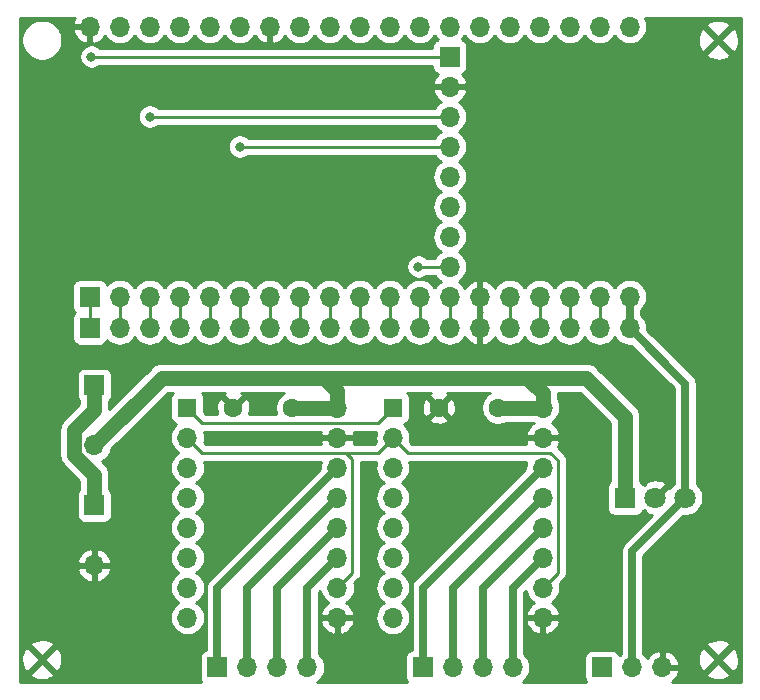
<source format=gbr>
G04 #@! TF.GenerationSoftware,KiCad,Pcbnew,(5.1.4-0-10_14)*
G04 #@! TF.CreationDate,2020-05-08T13:11:59-04:00*
G04 #@! TF.ProjectId,balancebot,62616c61-6e63-4656-926f-742e6b696361,0.4.5*
G04 #@! TF.SameCoordinates,Original*
G04 #@! TF.FileFunction,Copper,L1,Top*
G04 #@! TF.FilePolarity,Positive*
%FSLAX46Y46*%
G04 Gerber Fmt 4.6, Leading zero omitted, Abs format (unit mm)*
G04 Created by KiCad (PCBNEW (5.1.4-0-10_14)) date 2020-05-08 13:11:59*
%MOMM*%
%LPD*%
G04 APERTURE LIST*
%ADD10O,1.700000X1.700000*%
%ADD11R,1.700000X1.700000*%
%ADD12R,1.800000X1.800000*%
%ADD13C,1.800000*%
%ADD14R,1.600000X1.600000*%
%ADD15C,1.600000*%
%ADD16C,0.800000*%
%ADD17C,1.270000*%
%ADD18C,0.635000*%
%ADD19C,0.250000*%
%ADD20C,0.254000*%
G04 APERTURE END LIST*
D10*
X159766000Y-77343000D03*
X157226000Y-77343000D03*
X154686000Y-77343000D03*
X152146000Y-77343000D03*
X149606000Y-77343000D03*
X147066000Y-77343000D03*
X144526000Y-77343000D03*
X141986000Y-77343000D03*
X139446000Y-77343000D03*
X136906000Y-77343000D03*
X134366000Y-77343000D03*
X131826000Y-77343000D03*
X129286000Y-77343000D03*
X126746000Y-77343000D03*
X124206000Y-77343000D03*
X121666000Y-77343000D03*
X119126000Y-77343000D03*
X116586000Y-77343000D03*
D11*
X114046000Y-77343000D03*
D12*
X159385000Y-91694000D03*
D13*
X161925000Y-91694000D03*
X164465000Y-91694000D03*
D10*
X114427000Y-97409000D03*
D11*
X114427000Y-92329000D03*
D10*
X114427000Y-87249000D03*
D11*
X114427000Y-82169000D03*
D10*
X132461000Y-106045000D03*
X129921000Y-106045000D03*
X127381000Y-106045000D03*
D11*
X124841000Y-106045000D03*
D10*
X162496500Y-106045000D03*
X159956500Y-106045000D03*
D11*
X157416500Y-106045000D03*
D10*
X144526000Y-72136000D03*
X144526000Y-69596000D03*
X144526000Y-67056000D03*
X144526000Y-64516000D03*
X144526000Y-61976000D03*
X144526000Y-59436000D03*
X144526000Y-56896000D03*
D11*
X144526000Y-54356000D03*
D10*
X152400000Y-84074000D03*
X139700000Y-101854000D03*
X152400000Y-86614000D03*
X139700000Y-99314000D03*
X152400000Y-89154000D03*
X139700000Y-96774000D03*
X152400000Y-91694000D03*
X139700000Y-94234000D03*
X152400000Y-94234000D03*
X139700000Y-91694000D03*
X152400000Y-96774000D03*
X139700000Y-89154000D03*
X152400000Y-99314000D03*
X139700000Y-86614000D03*
X152400000Y-101854000D03*
D14*
X139700000Y-84074000D03*
D15*
X143590000Y-84074000D03*
X148590000Y-84074000D03*
X126191000Y-84074000D03*
X131191000Y-84074000D03*
D10*
X135001000Y-84074000D03*
X122301000Y-101854000D03*
X135001000Y-86614000D03*
X122301000Y-99314000D03*
X135001000Y-89154000D03*
X122301000Y-96774000D03*
X135001000Y-91694000D03*
X122301000Y-94234000D03*
X135001000Y-94234000D03*
X122301000Y-91694000D03*
X135001000Y-96774000D03*
X122301000Y-89154000D03*
X135001000Y-99314000D03*
X122301000Y-86614000D03*
X135001000Y-101854000D03*
D14*
X122301000Y-84074000D03*
D10*
X159766000Y-51816000D03*
X157226000Y-51816000D03*
X154686000Y-51816000D03*
X152146000Y-51816000D03*
X149606000Y-51816000D03*
X147066000Y-51816000D03*
X144526000Y-51816000D03*
X141986000Y-51816000D03*
X139446000Y-51816000D03*
X136906000Y-51816000D03*
X134366000Y-51816000D03*
X131826000Y-51816000D03*
X129286000Y-51816000D03*
X126746000Y-51816000D03*
X124206000Y-51816000D03*
X121666000Y-51816000D03*
X119126000Y-51816000D03*
X116586000Y-51816000D03*
X114046000Y-51816000D03*
X159766000Y-74676000D03*
X157226000Y-74676000D03*
X154686000Y-74676000D03*
X152146000Y-74676000D03*
X149606000Y-74676000D03*
X147066000Y-74676000D03*
X144526000Y-74676000D03*
X141986000Y-74676000D03*
X139446000Y-74676000D03*
X136906000Y-74676000D03*
X134366000Y-74676000D03*
X131826000Y-74676000D03*
X129286000Y-74676000D03*
X126746000Y-74676000D03*
X124206000Y-74676000D03*
X121666000Y-74676000D03*
X119126000Y-74676000D03*
X116586000Y-74676000D03*
D11*
X114046000Y-74676000D03*
D10*
X149860000Y-106045000D03*
X147320000Y-106045000D03*
X144780000Y-106045000D03*
D11*
X142240000Y-106045000D03*
D16*
X114173000Y-54356000D03*
X141859000Y-72136000D03*
X126746000Y-61976000D03*
X119126000Y-59436000D03*
D17*
X148590000Y-84074000D02*
X152400000Y-84074000D01*
X131191000Y-84074000D02*
X135001000Y-84074000D01*
X120142000Y-81534000D02*
X114427000Y-87249000D01*
X151062081Y-81534000D02*
X135001000Y-81534000D01*
X152400000Y-81534000D02*
X151062081Y-81534000D01*
X159385000Y-91694000D02*
X159385000Y-84836000D01*
X156083000Y-81534000D02*
X152400000Y-81534000D01*
X159385000Y-84836000D02*
X156083000Y-81534000D01*
X152400000Y-82871919D02*
X151062081Y-81534000D01*
X152400000Y-84074000D02*
X152400000Y-82871919D01*
X135001000Y-84074000D02*
X135001000Y-82677000D01*
X133858000Y-81534000D02*
X120142000Y-81534000D01*
X135001000Y-82677000D02*
X133858000Y-81534000D01*
X135001000Y-81534000D02*
X133858000Y-81534000D01*
D18*
X152400000Y-86614000D02*
X152400000Y-86487000D01*
X124841000Y-99314000D02*
X135001000Y-89154000D01*
X124841000Y-106045000D02*
X124841000Y-99314000D01*
D19*
X114046000Y-74803000D02*
X114046000Y-77343000D01*
X139700000Y-91694000D02*
X139700000Y-91440000D01*
X153035000Y-87884000D02*
X153670000Y-88519000D01*
X153670000Y-98044000D02*
X152400000Y-99314000D01*
X153670000Y-88519000D02*
X153670000Y-98044000D01*
X136271000Y-88392000D02*
X135763000Y-87884000D01*
X136271000Y-98044000D02*
X136271000Y-88392000D01*
X135001000Y-99314000D02*
X136271000Y-98044000D01*
X114173000Y-54356000D02*
X144526000Y-54356000D01*
X122301000Y-86614000D02*
X123571000Y-87884000D01*
X123571000Y-87884000D02*
X134620000Y-87884000D01*
X134620000Y-87884000D02*
X134366000Y-87884000D01*
X139700000Y-86614000D02*
X140970000Y-87884000D01*
X140970000Y-87884000D02*
X151765000Y-87884000D01*
X151765000Y-87884000D02*
X153035000Y-87884000D01*
X151511000Y-87884000D02*
X151765000Y-87884000D01*
X139700000Y-86614000D02*
X138430000Y-87884000D01*
X138430000Y-87884000D02*
X135382000Y-87884000D01*
X135382000Y-87884000D02*
X134620000Y-87884000D01*
X135763000Y-87884000D02*
X135382000Y-87884000D01*
D18*
X127381000Y-99314000D02*
X135001000Y-91694000D01*
X127381000Y-106045000D02*
X127381000Y-99314000D01*
X129921000Y-99314000D02*
X135001000Y-94234000D01*
X129921000Y-106045000D02*
X129921000Y-99314000D01*
X132461000Y-99314000D02*
X135001000Y-96774000D01*
X132461000Y-106045000D02*
X132461000Y-99314000D01*
X142240000Y-99314000D02*
X152400000Y-89154000D01*
X142240000Y-106045000D02*
X142240000Y-99314000D01*
X144780000Y-99314000D02*
X152400000Y-91694000D01*
X144780000Y-106045000D02*
X144780000Y-99314000D01*
X147320000Y-99314000D02*
X152400000Y-94234000D01*
X147320000Y-106045000D02*
X147320000Y-99314000D01*
X149860000Y-99314000D02*
X152400000Y-96774000D01*
X149860000Y-106045000D02*
X149860000Y-99314000D01*
X159766000Y-77343000D02*
X159766000Y-74676000D01*
X164465000Y-82042000D02*
X159766000Y-77343000D01*
X164465000Y-91694000D02*
X164465000Y-82042000D01*
X159956500Y-96202500D02*
X164465000Y-91694000D01*
X159956500Y-106045000D02*
X159956500Y-96202500D01*
D17*
X112741999Y-85974001D02*
X114427000Y-84289000D01*
X112741999Y-88057801D02*
X112741999Y-85974001D01*
X114427000Y-89742802D02*
X112741999Y-88057801D01*
X114427000Y-84289000D02*
X114427000Y-82169000D01*
X114427000Y-92329000D02*
X114427000Y-89742802D01*
D19*
X116586000Y-74803000D02*
X116586000Y-77343000D01*
X119126000Y-74803000D02*
X119126000Y-77343000D01*
X121666000Y-74803000D02*
X121666000Y-77343000D01*
X124206000Y-74803000D02*
X124206000Y-77343000D01*
X126746000Y-74803000D02*
X126746000Y-77343000D01*
X152146000Y-74803000D02*
X152146000Y-77343000D01*
X154686000Y-74803000D02*
X154686000Y-77343000D01*
X157226000Y-74803000D02*
X157226000Y-77343000D01*
X144526000Y-74803000D02*
X144526000Y-77343000D01*
X141986000Y-74803000D02*
X141986000Y-77343000D01*
X144526000Y-72136000D02*
X141859000Y-72136000D01*
X144526000Y-61976000D02*
X126746000Y-61976000D01*
X144526000Y-59436000D02*
X119126000Y-59436000D01*
X131826000Y-74803000D02*
X131826000Y-77343000D01*
X129286000Y-75878081D02*
X129286000Y-77343000D01*
X129286000Y-74676000D02*
X129286000Y-75878081D01*
X139446000Y-74803000D02*
X139446000Y-77343000D01*
X136906000Y-74803000D02*
X136906000Y-77343000D01*
X134366000Y-74803000D02*
X134366000Y-77343000D01*
X138430000Y-85344000D02*
X139700000Y-84074000D01*
X137414000Y-85344000D02*
X138430000Y-85344000D01*
X123571000Y-85344000D02*
X122301000Y-84074000D01*
X137414000Y-85344000D02*
X123571000Y-85344000D01*
X149606000Y-74676000D02*
X149606000Y-77343000D01*
D20*
G36*
X142848486Y-82837329D02*
G01*
X142776903Y-83081298D01*
X143590000Y-83894395D01*
X144403097Y-83081298D01*
X144331514Y-82837329D01*
X144261077Y-82804000D01*
X147907759Y-82804000D01*
X147675241Y-82959363D01*
X147475363Y-83159241D01*
X147318320Y-83394273D01*
X147210147Y-83655426D01*
X147155000Y-83932665D01*
X147155000Y-84215335D01*
X147210147Y-84492574D01*
X147318320Y-84753727D01*
X147475363Y-84988759D01*
X147675241Y-85188637D01*
X147910273Y-85345680D01*
X148171426Y-85453853D01*
X148448665Y-85509000D01*
X148731335Y-85509000D01*
X149008574Y-85453853D01*
X149269727Y-85345680D01*
X149272241Y-85344000D01*
X151625791Y-85344000D01*
X151635523Y-85349201D01*
X151518645Y-85418822D01*
X151302412Y-85613731D01*
X151128359Y-85847080D01*
X151003175Y-86109901D01*
X150958524Y-86257110D01*
X151079845Y-86487000D01*
X152273000Y-86487000D01*
X152273000Y-86467000D01*
X152527000Y-86467000D01*
X152527000Y-86487000D01*
X153720155Y-86487000D01*
X153841476Y-86257110D01*
X153796825Y-86109901D01*
X153671641Y-85847080D01*
X153497588Y-85613731D01*
X153281355Y-85418822D01*
X153164477Y-85349201D01*
X153229014Y-85314706D01*
X153455134Y-85129134D01*
X153640706Y-84903014D01*
X153778599Y-84645034D01*
X153863513Y-84365111D01*
X153892185Y-84074000D01*
X153863513Y-83782889D01*
X153778599Y-83502966D01*
X153670000Y-83299791D01*
X153670000Y-82934291D01*
X153676143Y-82871918D01*
X153670000Y-82809545D01*
X153670000Y-82809539D01*
X153669454Y-82804000D01*
X155556950Y-82804000D01*
X158115001Y-85362052D01*
X158115000Y-90276188D01*
X158033815Y-90342815D01*
X157954463Y-90439506D01*
X157895498Y-90549820D01*
X157859188Y-90669518D01*
X157846928Y-90794000D01*
X157846928Y-92594000D01*
X157859188Y-92718482D01*
X157895498Y-92838180D01*
X157954463Y-92948494D01*
X158033815Y-93045185D01*
X158130506Y-93124537D01*
X158240820Y-93183502D01*
X158360518Y-93219812D01*
X158485000Y-93232072D01*
X160285000Y-93232072D01*
X160409482Y-93219812D01*
X160529180Y-93183502D01*
X160639494Y-93124537D01*
X160736185Y-93045185D01*
X160815537Y-92948494D01*
X160874502Y-92838180D01*
X160877813Y-92827265D01*
X160924578Y-92874030D01*
X161040526Y-92758082D01*
X161124208Y-93012261D01*
X161396775Y-93143158D01*
X161613221Y-93198740D01*
X159316064Y-95495898D01*
X159279723Y-95525722D01*
X159249899Y-95562063D01*
X159160694Y-95670760D01*
X159072249Y-95836231D01*
X159017783Y-96015778D01*
X158999392Y-96202500D01*
X159004001Y-96249295D01*
X159004000Y-104905636D01*
X158901366Y-104989866D01*
X158876893Y-105019687D01*
X158856002Y-104950820D01*
X158797037Y-104840506D01*
X158717685Y-104743815D01*
X158620994Y-104664463D01*
X158510680Y-104605498D01*
X158390982Y-104569188D01*
X158266500Y-104556928D01*
X156566500Y-104556928D01*
X156442018Y-104569188D01*
X156322320Y-104605498D01*
X156212006Y-104664463D01*
X156115315Y-104743815D01*
X156035963Y-104840506D01*
X155976998Y-104950820D01*
X155940688Y-105070518D01*
X155928428Y-105195000D01*
X155928428Y-106895000D01*
X155940688Y-107019482D01*
X155976998Y-107139180D01*
X156035963Y-107249494D01*
X156069205Y-107290000D01*
X150680980Y-107290000D01*
X150689014Y-107285706D01*
X150915134Y-107100134D01*
X151100706Y-106874014D01*
X151238599Y-106616034D01*
X151323513Y-106336111D01*
X151352185Y-106045000D01*
X151323513Y-105753889D01*
X151238599Y-105473966D01*
X151100706Y-105215986D01*
X150915134Y-104989866D01*
X150812500Y-104905636D01*
X150812500Y-102210890D01*
X150958524Y-102210890D01*
X151003175Y-102358099D01*
X151128359Y-102620920D01*
X151302412Y-102854269D01*
X151518645Y-103049178D01*
X151768748Y-103198157D01*
X152043109Y-103295481D01*
X152273000Y-103174814D01*
X152273000Y-101981000D01*
X152527000Y-101981000D01*
X152527000Y-103174814D01*
X152756891Y-103295481D01*
X153031252Y-103198157D01*
X153281355Y-103049178D01*
X153497588Y-102854269D01*
X153671641Y-102620920D01*
X153796825Y-102358099D01*
X153841476Y-102210890D01*
X153720155Y-101981000D01*
X152527000Y-101981000D01*
X152273000Y-101981000D01*
X151079845Y-101981000D01*
X150958524Y-102210890D01*
X150812500Y-102210890D01*
X150812500Y-99708538D01*
X150934644Y-99586394D01*
X150936487Y-99605111D01*
X151021401Y-99885034D01*
X151159294Y-100143014D01*
X151344866Y-100369134D01*
X151570986Y-100554706D01*
X151635523Y-100589201D01*
X151518645Y-100658822D01*
X151302412Y-100853731D01*
X151128359Y-101087080D01*
X151003175Y-101349901D01*
X150958524Y-101497110D01*
X151079845Y-101727000D01*
X152273000Y-101727000D01*
X152273000Y-101707000D01*
X152527000Y-101707000D01*
X152527000Y-101727000D01*
X153720155Y-101727000D01*
X153841476Y-101497110D01*
X153796825Y-101349901D01*
X153671641Y-101087080D01*
X153497588Y-100853731D01*
X153281355Y-100658822D01*
X153164477Y-100589201D01*
X153229014Y-100554706D01*
X153455134Y-100369134D01*
X153640706Y-100143014D01*
X153778599Y-99885034D01*
X153863513Y-99605111D01*
X153892185Y-99314000D01*
X153863513Y-99022889D01*
X153840797Y-98948005D01*
X154181003Y-98607799D01*
X154210001Y-98584001D01*
X154304974Y-98468276D01*
X154375546Y-98336247D01*
X154419003Y-98192986D01*
X154430000Y-98081333D01*
X154430000Y-98081324D01*
X154433676Y-98044001D01*
X154430000Y-98006678D01*
X154430000Y-88556333D01*
X154433677Y-88519000D01*
X154419003Y-88370014D01*
X154375546Y-88226753D01*
X154304974Y-88094724D01*
X154233799Y-88007997D01*
X154210001Y-87978999D01*
X154181004Y-87955202D01*
X153643906Y-87418104D01*
X153671641Y-87380920D01*
X153796825Y-87118099D01*
X153841476Y-86970890D01*
X153720155Y-86741000D01*
X152527000Y-86741000D01*
X152527000Y-86761000D01*
X152273000Y-86761000D01*
X152273000Y-86741000D01*
X151079845Y-86741000D01*
X150958524Y-86970890D01*
X151003175Y-87118099D01*
X151005986Y-87124000D01*
X141284802Y-87124000D01*
X141140797Y-86979995D01*
X141163513Y-86905111D01*
X141192185Y-86614000D01*
X141163513Y-86322889D01*
X141078599Y-86042966D01*
X140940706Y-85784986D01*
X140755134Y-85558866D01*
X140667336Y-85486812D01*
X140744180Y-85463502D01*
X140854494Y-85404537D01*
X140951185Y-85325185D01*
X141030537Y-85228494D01*
X141089502Y-85118180D01*
X141105117Y-85066702D01*
X142776903Y-85066702D01*
X142848486Y-85310671D01*
X143103996Y-85431571D01*
X143378184Y-85500300D01*
X143660512Y-85514217D01*
X143940130Y-85472787D01*
X144206292Y-85377603D01*
X144331514Y-85310671D01*
X144403097Y-85066702D01*
X143590000Y-84253605D01*
X142776903Y-85066702D01*
X141105117Y-85066702D01*
X141125812Y-84998482D01*
X141138072Y-84874000D01*
X141138072Y-84144512D01*
X142149783Y-84144512D01*
X142191213Y-84424130D01*
X142286397Y-84690292D01*
X142353329Y-84815514D01*
X142597298Y-84887097D01*
X143410395Y-84074000D01*
X143769605Y-84074000D01*
X144582702Y-84887097D01*
X144826671Y-84815514D01*
X144947571Y-84560004D01*
X145016300Y-84285816D01*
X145030217Y-84003488D01*
X144988787Y-83723870D01*
X144893603Y-83457708D01*
X144826671Y-83332486D01*
X144582702Y-83260903D01*
X143769605Y-84074000D01*
X143410395Y-84074000D01*
X142597298Y-83260903D01*
X142353329Y-83332486D01*
X142232429Y-83587996D01*
X142163700Y-83862184D01*
X142149783Y-84144512D01*
X141138072Y-84144512D01*
X141138072Y-83274000D01*
X141125812Y-83149518D01*
X141089502Y-83029820D01*
X141030537Y-82919506D01*
X140951185Y-82822815D01*
X140928259Y-82804000D01*
X142910841Y-82804000D01*
X142848486Y-82837329D01*
X142848486Y-82837329D01*
G37*
X142848486Y-82837329D02*
X142776903Y-83081298D01*
X143590000Y-83894395D01*
X144403097Y-83081298D01*
X144331514Y-82837329D01*
X144261077Y-82804000D01*
X147907759Y-82804000D01*
X147675241Y-82959363D01*
X147475363Y-83159241D01*
X147318320Y-83394273D01*
X147210147Y-83655426D01*
X147155000Y-83932665D01*
X147155000Y-84215335D01*
X147210147Y-84492574D01*
X147318320Y-84753727D01*
X147475363Y-84988759D01*
X147675241Y-85188637D01*
X147910273Y-85345680D01*
X148171426Y-85453853D01*
X148448665Y-85509000D01*
X148731335Y-85509000D01*
X149008574Y-85453853D01*
X149269727Y-85345680D01*
X149272241Y-85344000D01*
X151625791Y-85344000D01*
X151635523Y-85349201D01*
X151518645Y-85418822D01*
X151302412Y-85613731D01*
X151128359Y-85847080D01*
X151003175Y-86109901D01*
X150958524Y-86257110D01*
X151079845Y-86487000D01*
X152273000Y-86487000D01*
X152273000Y-86467000D01*
X152527000Y-86467000D01*
X152527000Y-86487000D01*
X153720155Y-86487000D01*
X153841476Y-86257110D01*
X153796825Y-86109901D01*
X153671641Y-85847080D01*
X153497588Y-85613731D01*
X153281355Y-85418822D01*
X153164477Y-85349201D01*
X153229014Y-85314706D01*
X153455134Y-85129134D01*
X153640706Y-84903014D01*
X153778599Y-84645034D01*
X153863513Y-84365111D01*
X153892185Y-84074000D01*
X153863513Y-83782889D01*
X153778599Y-83502966D01*
X153670000Y-83299791D01*
X153670000Y-82934291D01*
X153676143Y-82871918D01*
X153670000Y-82809545D01*
X153670000Y-82809539D01*
X153669454Y-82804000D01*
X155556950Y-82804000D01*
X158115001Y-85362052D01*
X158115000Y-90276188D01*
X158033815Y-90342815D01*
X157954463Y-90439506D01*
X157895498Y-90549820D01*
X157859188Y-90669518D01*
X157846928Y-90794000D01*
X157846928Y-92594000D01*
X157859188Y-92718482D01*
X157895498Y-92838180D01*
X157954463Y-92948494D01*
X158033815Y-93045185D01*
X158130506Y-93124537D01*
X158240820Y-93183502D01*
X158360518Y-93219812D01*
X158485000Y-93232072D01*
X160285000Y-93232072D01*
X160409482Y-93219812D01*
X160529180Y-93183502D01*
X160639494Y-93124537D01*
X160736185Y-93045185D01*
X160815537Y-92948494D01*
X160874502Y-92838180D01*
X160877813Y-92827265D01*
X160924578Y-92874030D01*
X161040526Y-92758082D01*
X161124208Y-93012261D01*
X161396775Y-93143158D01*
X161613221Y-93198740D01*
X159316064Y-95495898D01*
X159279723Y-95525722D01*
X159249899Y-95562063D01*
X159160694Y-95670760D01*
X159072249Y-95836231D01*
X159017783Y-96015778D01*
X158999392Y-96202500D01*
X159004001Y-96249295D01*
X159004000Y-104905636D01*
X158901366Y-104989866D01*
X158876893Y-105019687D01*
X158856002Y-104950820D01*
X158797037Y-104840506D01*
X158717685Y-104743815D01*
X158620994Y-104664463D01*
X158510680Y-104605498D01*
X158390982Y-104569188D01*
X158266500Y-104556928D01*
X156566500Y-104556928D01*
X156442018Y-104569188D01*
X156322320Y-104605498D01*
X156212006Y-104664463D01*
X156115315Y-104743815D01*
X156035963Y-104840506D01*
X155976998Y-104950820D01*
X155940688Y-105070518D01*
X155928428Y-105195000D01*
X155928428Y-106895000D01*
X155940688Y-107019482D01*
X155976998Y-107139180D01*
X156035963Y-107249494D01*
X156069205Y-107290000D01*
X150680980Y-107290000D01*
X150689014Y-107285706D01*
X150915134Y-107100134D01*
X151100706Y-106874014D01*
X151238599Y-106616034D01*
X151323513Y-106336111D01*
X151352185Y-106045000D01*
X151323513Y-105753889D01*
X151238599Y-105473966D01*
X151100706Y-105215986D01*
X150915134Y-104989866D01*
X150812500Y-104905636D01*
X150812500Y-102210890D01*
X150958524Y-102210890D01*
X151003175Y-102358099D01*
X151128359Y-102620920D01*
X151302412Y-102854269D01*
X151518645Y-103049178D01*
X151768748Y-103198157D01*
X152043109Y-103295481D01*
X152273000Y-103174814D01*
X152273000Y-101981000D01*
X152527000Y-101981000D01*
X152527000Y-103174814D01*
X152756891Y-103295481D01*
X153031252Y-103198157D01*
X153281355Y-103049178D01*
X153497588Y-102854269D01*
X153671641Y-102620920D01*
X153796825Y-102358099D01*
X153841476Y-102210890D01*
X153720155Y-101981000D01*
X152527000Y-101981000D01*
X152273000Y-101981000D01*
X151079845Y-101981000D01*
X150958524Y-102210890D01*
X150812500Y-102210890D01*
X150812500Y-99708538D01*
X150934644Y-99586394D01*
X150936487Y-99605111D01*
X151021401Y-99885034D01*
X151159294Y-100143014D01*
X151344866Y-100369134D01*
X151570986Y-100554706D01*
X151635523Y-100589201D01*
X151518645Y-100658822D01*
X151302412Y-100853731D01*
X151128359Y-101087080D01*
X151003175Y-101349901D01*
X150958524Y-101497110D01*
X151079845Y-101727000D01*
X152273000Y-101727000D01*
X152273000Y-101707000D01*
X152527000Y-101707000D01*
X152527000Y-101727000D01*
X153720155Y-101727000D01*
X153841476Y-101497110D01*
X153796825Y-101349901D01*
X153671641Y-101087080D01*
X153497588Y-100853731D01*
X153281355Y-100658822D01*
X153164477Y-100589201D01*
X153229014Y-100554706D01*
X153455134Y-100369134D01*
X153640706Y-100143014D01*
X153778599Y-99885034D01*
X153863513Y-99605111D01*
X153892185Y-99314000D01*
X153863513Y-99022889D01*
X153840797Y-98948005D01*
X154181003Y-98607799D01*
X154210001Y-98584001D01*
X154304974Y-98468276D01*
X154375546Y-98336247D01*
X154419003Y-98192986D01*
X154430000Y-98081333D01*
X154430000Y-98081324D01*
X154433676Y-98044001D01*
X154430000Y-98006678D01*
X154430000Y-88556333D01*
X154433677Y-88519000D01*
X154419003Y-88370014D01*
X154375546Y-88226753D01*
X154304974Y-88094724D01*
X154233799Y-88007997D01*
X154210001Y-87978999D01*
X154181004Y-87955202D01*
X153643906Y-87418104D01*
X153671641Y-87380920D01*
X153796825Y-87118099D01*
X153841476Y-86970890D01*
X153720155Y-86741000D01*
X152527000Y-86741000D01*
X152527000Y-86761000D01*
X152273000Y-86761000D01*
X152273000Y-86741000D01*
X151079845Y-86741000D01*
X150958524Y-86970890D01*
X151003175Y-87118099D01*
X151005986Y-87124000D01*
X141284802Y-87124000D01*
X141140797Y-86979995D01*
X141163513Y-86905111D01*
X141192185Y-86614000D01*
X141163513Y-86322889D01*
X141078599Y-86042966D01*
X140940706Y-85784986D01*
X140755134Y-85558866D01*
X140667336Y-85486812D01*
X140744180Y-85463502D01*
X140854494Y-85404537D01*
X140951185Y-85325185D01*
X141030537Y-85228494D01*
X141089502Y-85118180D01*
X141105117Y-85066702D01*
X142776903Y-85066702D01*
X142848486Y-85310671D01*
X143103996Y-85431571D01*
X143378184Y-85500300D01*
X143660512Y-85514217D01*
X143940130Y-85472787D01*
X144206292Y-85377603D01*
X144331514Y-85310671D01*
X144403097Y-85066702D01*
X143590000Y-84253605D01*
X142776903Y-85066702D01*
X141105117Y-85066702D01*
X141125812Y-84998482D01*
X141138072Y-84874000D01*
X141138072Y-84144512D01*
X142149783Y-84144512D01*
X142191213Y-84424130D01*
X142286397Y-84690292D01*
X142353329Y-84815514D01*
X142597298Y-84887097D01*
X143410395Y-84074000D01*
X143769605Y-84074000D01*
X144582702Y-84887097D01*
X144826671Y-84815514D01*
X144947571Y-84560004D01*
X145016300Y-84285816D01*
X145030217Y-84003488D01*
X144988787Y-83723870D01*
X144893603Y-83457708D01*
X144826671Y-83332486D01*
X144582702Y-83260903D01*
X143769605Y-84074000D01*
X143410395Y-84074000D01*
X142597298Y-83260903D01*
X142353329Y-83332486D01*
X142232429Y-83587996D01*
X142163700Y-83862184D01*
X142149783Y-84144512D01*
X141138072Y-84144512D01*
X141138072Y-83274000D01*
X141125812Y-83149518D01*
X141089502Y-83029820D01*
X141030537Y-82919506D01*
X140951185Y-82822815D01*
X140928259Y-82804000D01*
X142910841Y-82804000D01*
X142848486Y-82837329D01*
G36*
X138236487Y-88862889D02*
G01*
X138207815Y-89154000D01*
X138236487Y-89445111D01*
X138321401Y-89725034D01*
X138459294Y-89983014D01*
X138644866Y-90209134D01*
X138870986Y-90394706D01*
X138925791Y-90424000D01*
X138870986Y-90453294D01*
X138644866Y-90638866D01*
X138459294Y-90864986D01*
X138321401Y-91122966D01*
X138236487Y-91402889D01*
X138207815Y-91694000D01*
X138236487Y-91985111D01*
X138321401Y-92265034D01*
X138459294Y-92523014D01*
X138644866Y-92749134D01*
X138870986Y-92934706D01*
X138925791Y-92964000D01*
X138870986Y-92993294D01*
X138644866Y-93178866D01*
X138459294Y-93404986D01*
X138321401Y-93662966D01*
X138236487Y-93942889D01*
X138207815Y-94234000D01*
X138236487Y-94525111D01*
X138321401Y-94805034D01*
X138459294Y-95063014D01*
X138644866Y-95289134D01*
X138870986Y-95474706D01*
X138925791Y-95504000D01*
X138870986Y-95533294D01*
X138644866Y-95718866D01*
X138459294Y-95944986D01*
X138321401Y-96202966D01*
X138236487Y-96482889D01*
X138207815Y-96774000D01*
X138236487Y-97065111D01*
X138321401Y-97345034D01*
X138459294Y-97603014D01*
X138644866Y-97829134D01*
X138870986Y-98014706D01*
X138925791Y-98044000D01*
X138870986Y-98073294D01*
X138644866Y-98258866D01*
X138459294Y-98484986D01*
X138321401Y-98742966D01*
X138236487Y-99022889D01*
X138207815Y-99314000D01*
X138236487Y-99605111D01*
X138321401Y-99885034D01*
X138459294Y-100143014D01*
X138644866Y-100369134D01*
X138870986Y-100554706D01*
X138925791Y-100584000D01*
X138870986Y-100613294D01*
X138644866Y-100798866D01*
X138459294Y-101024986D01*
X138321401Y-101282966D01*
X138236487Y-101562889D01*
X138207815Y-101854000D01*
X138236487Y-102145111D01*
X138321401Y-102425034D01*
X138459294Y-102683014D01*
X138644866Y-102909134D01*
X138870986Y-103094706D01*
X139128966Y-103232599D01*
X139408889Y-103317513D01*
X139627050Y-103339000D01*
X139772950Y-103339000D01*
X139991111Y-103317513D01*
X140271034Y-103232599D01*
X140529014Y-103094706D01*
X140755134Y-102909134D01*
X140940706Y-102683014D01*
X141078599Y-102425034D01*
X141163513Y-102145111D01*
X141192185Y-101854000D01*
X141163513Y-101562889D01*
X141078599Y-101282966D01*
X140940706Y-101024986D01*
X140755134Y-100798866D01*
X140529014Y-100613294D01*
X140474209Y-100584000D01*
X140529014Y-100554706D01*
X140755134Y-100369134D01*
X140940706Y-100143014D01*
X141078599Y-99885034D01*
X141163513Y-99605111D01*
X141192185Y-99314000D01*
X141163513Y-99022889D01*
X141078599Y-98742966D01*
X140940706Y-98484986D01*
X140755134Y-98258866D01*
X140529014Y-98073294D01*
X140474209Y-98044000D01*
X140529014Y-98014706D01*
X140755134Y-97829134D01*
X140940706Y-97603014D01*
X141078599Y-97345034D01*
X141163513Y-97065111D01*
X141192185Y-96774000D01*
X141163513Y-96482889D01*
X141078599Y-96202966D01*
X140940706Y-95944986D01*
X140755134Y-95718866D01*
X140529014Y-95533294D01*
X140474209Y-95504000D01*
X140529014Y-95474706D01*
X140755134Y-95289134D01*
X140940706Y-95063014D01*
X141078599Y-94805034D01*
X141163513Y-94525111D01*
X141192185Y-94234000D01*
X141163513Y-93942889D01*
X141078599Y-93662966D01*
X140940706Y-93404986D01*
X140755134Y-93178866D01*
X140529014Y-92993294D01*
X140474209Y-92964000D01*
X140529014Y-92934706D01*
X140755134Y-92749134D01*
X140940706Y-92523014D01*
X141078599Y-92265034D01*
X141163513Y-91985111D01*
X141192185Y-91694000D01*
X141163513Y-91402889D01*
X141078599Y-91122966D01*
X140940706Y-90864986D01*
X140755134Y-90638866D01*
X140529014Y-90453294D01*
X140474209Y-90424000D01*
X140529014Y-90394706D01*
X140755134Y-90209134D01*
X140940706Y-89983014D01*
X141078599Y-89725034D01*
X141163513Y-89445111D01*
X141192185Y-89154000D01*
X141163513Y-88862889D01*
X141097114Y-88644000D01*
X151002886Y-88644000D01*
X150936487Y-88862889D01*
X150907815Y-89154000D01*
X150920829Y-89286132D01*
X141599564Y-98607398D01*
X141563223Y-98637222D01*
X141533399Y-98673563D01*
X141444194Y-98782260D01*
X141355749Y-98947731D01*
X141301283Y-99127278D01*
X141282892Y-99314000D01*
X141287501Y-99360795D01*
X141287500Y-104567023D01*
X141265518Y-104569188D01*
X141145820Y-104605498D01*
X141035506Y-104664463D01*
X140938815Y-104743815D01*
X140859463Y-104840506D01*
X140800498Y-104950820D01*
X140764188Y-105070518D01*
X140751928Y-105195000D01*
X140751928Y-106895000D01*
X140764188Y-107019482D01*
X140800498Y-107139180D01*
X140859463Y-107249494D01*
X140892705Y-107290000D01*
X133281980Y-107290000D01*
X133290014Y-107285706D01*
X133516134Y-107100134D01*
X133701706Y-106874014D01*
X133839599Y-106616034D01*
X133924513Y-106336111D01*
X133953185Y-106045000D01*
X133924513Y-105753889D01*
X133839599Y-105473966D01*
X133701706Y-105215986D01*
X133516134Y-104989866D01*
X133413500Y-104905636D01*
X133413500Y-102210890D01*
X133559524Y-102210890D01*
X133604175Y-102358099D01*
X133729359Y-102620920D01*
X133903412Y-102854269D01*
X134119645Y-103049178D01*
X134369748Y-103198157D01*
X134644109Y-103295481D01*
X134874000Y-103174814D01*
X134874000Y-101981000D01*
X135128000Y-101981000D01*
X135128000Y-103174814D01*
X135357891Y-103295481D01*
X135632252Y-103198157D01*
X135882355Y-103049178D01*
X136098588Y-102854269D01*
X136272641Y-102620920D01*
X136397825Y-102358099D01*
X136442476Y-102210890D01*
X136321155Y-101981000D01*
X135128000Y-101981000D01*
X134874000Y-101981000D01*
X133680845Y-101981000D01*
X133559524Y-102210890D01*
X133413500Y-102210890D01*
X133413500Y-99708538D01*
X133535644Y-99586394D01*
X133537487Y-99605111D01*
X133622401Y-99885034D01*
X133760294Y-100143014D01*
X133945866Y-100369134D01*
X134171986Y-100554706D01*
X134236523Y-100589201D01*
X134119645Y-100658822D01*
X133903412Y-100853731D01*
X133729359Y-101087080D01*
X133604175Y-101349901D01*
X133559524Y-101497110D01*
X133680845Y-101727000D01*
X134874000Y-101727000D01*
X134874000Y-101707000D01*
X135128000Y-101707000D01*
X135128000Y-101727000D01*
X136321155Y-101727000D01*
X136442476Y-101497110D01*
X136397825Y-101349901D01*
X136272641Y-101087080D01*
X136098588Y-100853731D01*
X135882355Y-100658822D01*
X135765477Y-100589201D01*
X135830014Y-100554706D01*
X136056134Y-100369134D01*
X136241706Y-100143014D01*
X136379599Y-99885034D01*
X136464513Y-99605111D01*
X136493185Y-99314000D01*
X136464513Y-99022889D01*
X136441797Y-98948005D01*
X136782004Y-98607798D01*
X136811001Y-98584001D01*
X136905974Y-98468276D01*
X136976546Y-98336247D01*
X137020003Y-98192986D01*
X137031000Y-98081333D01*
X137031000Y-98081324D01*
X137034676Y-98044001D01*
X137031000Y-98006678D01*
X137031000Y-88644000D01*
X138302886Y-88644000D01*
X138236487Y-88862889D01*
X138236487Y-88862889D01*
G37*
X138236487Y-88862889D02*
X138207815Y-89154000D01*
X138236487Y-89445111D01*
X138321401Y-89725034D01*
X138459294Y-89983014D01*
X138644866Y-90209134D01*
X138870986Y-90394706D01*
X138925791Y-90424000D01*
X138870986Y-90453294D01*
X138644866Y-90638866D01*
X138459294Y-90864986D01*
X138321401Y-91122966D01*
X138236487Y-91402889D01*
X138207815Y-91694000D01*
X138236487Y-91985111D01*
X138321401Y-92265034D01*
X138459294Y-92523014D01*
X138644866Y-92749134D01*
X138870986Y-92934706D01*
X138925791Y-92964000D01*
X138870986Y-92993294D01*
X138644866Y-93178866D01*
X138459294Y-93404986D01*
X138321401Y-93662966D01*
X138236487Y-93942889D01*
X138207815Y-94234000D01*
X138236487Y-94525111D01*
X138321401Y-94805034D01*
X138459294Y-95063014D01*
X138644866Y-95289134D01*
X138870986Y-95474706D01*
X138925791Y-95504000D01*
X138870986Y-95533294D01*
X138644866Y-95718866D01*
X138459294Y-95944986D01*
X138321401Y-96202966D01*
X138236487Y-96482889D01*
X138207815Y-96774000D01*
X138236487Y-97065111D01*
X138321401Y-97345034D01*
X138459294Y-97603014D01*
X138644866Y-97829134D01*
X138870986Y-98014706D01*
X138925791Y-98044000D01*
X138870986Y-98073294D01*
X138644866Y-98258866D01*
X138459294Y-98484986D01*
X138321401Y-98742966D01*
X138236487Y-99022889D01*
X138207815Y-99314000D01*
X138236487Y-99605111D01*
X138321401Y-99885034D01*
X138459294Y-100143014D01*
X138644866Y-100369134D01*
X138870986Y-100554706D01*
X138925791Y-100584000D01*
X138870986Y-100613294D01*
X138644866Y-100798866D01*
X138459294Y-101024986D01*
X138321401Y-101282966D01*
X138236487Y-101562889D01*
X138207815Y-101854000D01*
X138236487Y-102145111D01*
X138321401Y-102425034D01*
X138459294Y-102683014D01*
X138644866Y-102909134D01*
X138870986Y-103094706D01*
X139128966Y-103232599D01*
X139408889Y-103317513D01*
X139627050Y-103339000D01*
X139772950Y-103339000D01*
X139991111Y-103317513D01*
X140271034Y-103232599D01*
X140529014Y-103094706D01*
X140755134Y-102909134D01*
X140940706Y-102683014D01*
X141078599Y-102425034D01*
X141163513Y-102145111D01*
X141192185Y-101854000D01*
X141163513Y-101562889D01*
X141078599Y-101282966D01*
X140940706Y-101024986D01*
X140755134Y-100798866D01*
X140529014Y-100613294D01*
X140474209Y-100584000D01*
X140529014Y-100554706D01*
X140755134Y-100369134D01*
X140940706Y-100143014D01*
X141078599Y-99885034D01*
X141163513Y-99605111D01*
X141192185Y-99314000D01*
X141163513Y-99022889D01*
X141078599Y-98742966D01*
X140940706Y-98484986D01*
X140755134Y-98258866D01*
X140529014Y-98073294D01*
X140474209Y-98044000D01*
X140529014Y-98014706D01*
X140755134Y-97829134D01*
X140940706Y-97603014D01*
X141078599Y-97345034D01*
X141163513Y-97065111D01*
X141192185Y-96774000D01*
X141163513Y-96482889D01*
X141078599Y-96202966D01*
X140940706Y-95944986D01*
X140755134Y-95718866D01*
X140529014Y-95533294D01*
X140474209Y-95504000D01*
X140529014Y-95474706D01*
X140755134Y-95289134D01*
X140940706Y-95063014D01*
X141078599Y-94805034D01*
X141163513Y-94525111D01*
X141192185Y-94234000D01*
X141163513Y-93942889D01*
X141078599Y-93662966D01*
X140940706Y-93404986D01*
X140755134Y-93178866D01*
X140529014Y-92993294D01*
X140474209Y-92964000D01*
X140529014Y-92934706D01*
X140755134Y-92749134D01*
X140940706Y-92523014D01*
X141078599Y-92265034D01*
X141163513Y-91985111D01*
X141192185Y-91694000D01*
X141163513Y-91402889D01*
X141078599Y-91122966D01*
X140940706Y-90864986D01*
X140755134Y-90638866D01*
X140529014Y-90453294D01*
X140474209Y-90424000D01*
X140529014Y-90394706D01*
X140755134Y-90209134D01*
X140940706Y-89983014D01*
X141078599Y-89725034D01*
X141163513Y-89445111D01*
X141192185Y-89154000D01*
X141163513Y-88862889D01*
X141097114Y-88644000D01*
X151002886Y-88644000D01*
X150936487Y-88862889D01*
X150907815Y-89154000D01*
X150920829Y-89286132D01*
X141599564Y-98607398D01*
X141563223Y-98637222D01*
X141533399Y-98673563D01*
X141444194Y-98782260D01*
X141355749Y-98947731D01*
X141301283Y-99127278D01*
X141282892Y-99314000D01*
X141287501Y-99360795D01*
X141287500Y-104567023D01*
X141265518Y-104569188D01*
X141145820Y-104605498D01*
X141035506Y-104664463D01*
X140938815Y-104743815D01*
X140859463Y-104840506D01*
X140800498Y-104950820D01*
X140764188Y-105070518D01*
X140751928Y-105195000D01*
X140751928Y-106895000D01*
X140764188Y-107019482D01*
X140800498Y-107139180D01*
X140859463Y-107249494D01*
X140892705Y-107290000D01*
X133281980Y-107290000D01*
X133290014Y-107285706D01*
X133516134Y-107100134D01*
X133701706Y-106874014D01*
X133839599Y-106616034D01*
X133924513Y-106336111D01*
X133953185Y-106045000D01*
X133924513Y-105753889D01*
X133839599Y-105473966D01*
X133701706Y-105215986D01*
X133516134Y-104989866D01*
X133413500Y-104905636D01*
X133413500Y-102210890D01*
X133559524Y-102210890D01*
X133604175Y-102358099D01*
X133729359Y-102620920D01*
X133903412Y-102854269D01*
X134119645Y-103049178D01*
X134369748Y-103198157D01*
X134644109Y-103295481D01*
X134874000Y-103174814D01*
X134874000Y-101981000D01*
X135128000Y-101981000D01*
X135128000Y-103174814D01*
X135357891Y-103295481D01*
X135632252Y-103198157D01*
X135882355Y-103049178D01*
X136098588Y-102854269D01*
X136272641Y-102620920D01*
X136397825Y-102358099D01*
X136442476Y-102210890D01*
X136321155Y-101981000D01*
X135128000Y-101981000D01*
X134874000Y-101981000D01*
X133680845Y-101981000D01*
X133559524Y-102210890D01*
X133413500Y-102210890D01*
X133413500Y-99708538D01*
X133535644Y-99586394D01*
X133537487Y-99605111D01*
X133622401Y-99885034D01*
X133760294Y-100143014D01*
X133945866Y-100369134D01*
X134171986Y-100554706D01*
X134236523Y-100589201D01*
X134119645Y-100658822D01*
X133903412Y-100853731D01*
X133729359Y-101087080D01*
X133604175Y-101349901D01*
X133559524Y-101497110D01*
X133680845Y-101727000D01*
X134874000Y-101727000D01*
X134874000Y-101707000D01*
X135128000Y-101707000D01*
X135128000Y-101727000D01*
X136321155Y-101727000D01*
X136442476Y-101497110D01*
X136397825Y-101349901D01*
X136272641Y-101087080D01*
X136098588Y-100853731D01*
X135882355Y-100658822D01*
X135765477Y-100589201D01*
X135830014Y-100554706D01*
X136056134Y-100369134D01*
X136241706Y-100143014D01*
X136379599Y-99885034D01*
X136464513Y-99605111D01*
X136493185Y-99314000D01*
X136464513Y-99022889D01*
X136441797Y-98948005D01*
X136782004Y-98607798D01*
X136811001Y-98584001D01*
X136905974Y-98468276D01*
X136976546Y-98336247D01*
X137020003Y-98192986D01*
X137031000Y-98081333D01*
X137031000Y-98081324D01*
X137034676Y-98044001D01*
X137031000Y-98006678D01*
X137031000Y-88644000D01*
X138302886Y-88644000D01*
X138236487Y-88862889D01*
G36*
X112701843Y-51184748D02*
G01*
X112604519Y-51459109D01*
X112725186Y-51689000D01*
X113919000Y-51689000D01*
X113919000Y-51669000D01*
X114173000Y-51669000D01*
X114173000Y-51689000D01*
X114193000Y-51689000D01*
X114193000Y-51943000D01*
X114173000Y-51943000D01*
X114173000Y-53136155D01*
X114402890Y-53257476D01*
X114550099Y-53212825D01*
X114812920Y-53087641D01*
X115046269Y-52913588D01*
X115241178Y-52697355D01*
X115310799Y-52580477D01*
X115345294Y-52645014D01*
X115530866Y-52871134D01*
X115756986Y-53056706D01*
X116014966Y-53194599D01*
X116294889Y-53279513D01*
X116513050Y-53301000D01*
X116658950Y-53301000D01*
X116877111Y-53279513D01*
X117157034Y-53194599D01*
X117415014Y-53056706D01*
X117641134Y-52871134D01*
X117826706Y-52645014D01*
X117856000Y-52590209D01*
X117885294Y-52645014D01*
X118070866Y-52871134D01*
X118296986Y-53056706D01*
X118554966Y-53194599D01*
X118834889Y-53279513D01*
X119053050Y-53301000D01*
X119198950Y-53301000D01*
X119417111Y-53279513D01*
X119697034Y-53194599D01*
X119955014Y-53056706D01*
X120181134Y-52871134D01*
X120366706Y-52645014D01*
X120396000Y-52590209D01*
X120425294Y-52645014D01*
X120610866Y-52871134D01*
X120836986Y-53056706D01*
X121094966Y-53194599D01*
X121374889Y-53279513D01*
X121593050Y-53301000D01*
X121738950Y-53301000D01*
X121957111Y-53279513D01*
X122237034Y-53194599D01*
X122495014Y-53056706D01*
X122721134Y-52871134D01*
X122906706Y-52645014D01*
X122936000Y-52590209D01*
X122965294Y-52645014D01*
X123150866Y-52871134D01*
X123376986Y-53056706D01*
X123634966Y-53194599D01*
X123914889Y-53279513D01*
X124133050Y-53301000D01*
X124278950Y-53301000D01*
X124497111Y-53279513D01*
X124777034Y-53194599D01*
X125035014Y-53056706D01*
X125261134Y-52871134D01*
X125446706Y-52645014D01*
X125476000Y-52590209D01*
X125505294Y-52645014D01*
X125690866Y-52871134D01*
X125916986Y-53056706D01*
X126174966Y-53194599D01*
X126454889Y-53279513D01*
X126673050Y-53301000D01*
X126818950Y-53301000D01*
X127037111Y-53279513D01*
X127317034Y-53194599D01*
X127575014Y-53056706D01*
X127801134Y-52871134D01*
X127986706Y-52645014D01*
X128021201Y-52580477D01*
X128090822Y-52697355D01*
X128285731Y-52913588D01*
X128519080Y-53087641D01*
X128781901Y-53212825D01*
X128929110Y-53257476D01*
X129159000Y-53136155D01*
X129159000Y-51943000D01*
X129139000Y-51943000D01*
X129139000Y-51689000D01*
X129159000Y-51689000D01*
X129159000Y-51669000D01*
X129413000Y-51669000D01*
X129413000Y-51689000D01*
X129433000Y-51689000D01*
X129433000Y-51943000D01*
X129413000Y-51943000D01*
X129413000Y-53136155D01*
X129642890Y-53257476D01*
X129790099Y-53212825D01*
X130052920Y-53087641D01*
X130286269Y-52913588D01*
X130481178Y-52697355D01*
X130550799Y-52580477D01*
X130585294Y-52645014D01*
X130770866Y-52871134D01*
X130996986Y-53056706D01*
X131254966Y-53194599D01*
X131534889Y-53279513D01*
X131753050Y-53301000D01*
X131898950Y-53301000D01*
X132117111Y-53279513D01*
X132397034Y-53194599D01*
X132655014Y-53056706D01*
X132881134Y-52871134D01*
X133066706Y-52645014D01*
X133096000Y-52590209D01*
X133125294Y-52645014D01*
X133310866Y-52871134D01*
X133536986Y-53056706D01*
X133794966Y-53194599D01*
X134074889Y-53279513D01*
X134293050Y-53301000D01*
X134438950Y-53301000D01*
X134657111Y-53279513D01*
X134937034Y-53194599D01*
X135195014Y-53056706D01*
X135421134Y-52871134D01*
X135606706Y-52645014D01*
X135636000Y-52590209D01*
X135665294Y-52645014D01*
X135850866Y-52871134D01*
X136076986Y-53056706D01*
X136334966Y-53194599D01*
X136614889Y-53279513D01*
X136833050Y-53301000D01*
X136978950Y-53301000D01*
X137197111Y-53279513D01*
X137477034Y-53194599D01*
X137735014Y-53056706D01*
X137961134Y-52871134D01*
X138146706Y-52645014D01*
X138176000Y-52590209D01*
X138205294Y-52645014D01*
X138390866Y-52871134D01*
X138616986Y-53056706D01*
X138874966Y-53194599D01*
X139154889Y-53279513D01*
X139373050Y-53301000D01*
X139518950Y-53301000D01*
X139737111Y-53279513D01*
X140017034Y-53194599D01*
X140275014Y-53056706D01*
X140501134Y-52871134D01*
X140686706Y-52645014D01*
X140716000Y-52590209D01*
X140745294Y-52645014D01*
X140930866Y-52871134D01*
X141156986Y-53056706D01*
X141414966Y-53194599D01*
X141694889Y-53279513D01*
X141913050Y-53301000D01*
X142058950Y-53301000D01*
X142277111Y-53279513D01*
X142557034Y-53194599D01*
X142815014Y-53056706D01*
X143041134Y-52871134D01*
X143226706Y-52645014D01*
X143256000Y-52590209D01*
X143285294Y-52645014D01*
X143470866Y-52871134D01*
X143500687Y-52895607D01*
X143431820Y-52916498D01*
X143321506Y-52975463D01*
X143224815Y-53054815D01*
X143145463Y-53151506D01*
X143086498Y-53261820D01*
X143050188Y-53381518D01*
X143037928Y-53506000D01*
X143037928Y-53596000D01*
X114876711Y-53596000D01*
X114832774Y-53552063D01*
X114663256Y-53438795D01*
X114474898Y-53360774D01*
X114274939Y-53321000D01*
X114071061Y-53321000D01*
X113871102Y-53360774D01*
X113682744Y-53438795D01*
X113513226Y-53552063D01*
X113369063Y-53696226D01*
X113255795Y-53865744D01*
X113177774Y-54054102D01*
X113138000Y-54254061D01*
X113138000Y-54457939D01*
X113177774Y-54657898D01*
X113255795Y-54846256D01*
X113369063Y-55015774D01*
X113513226Y-55159937D01*
X113682744Y-55273205D01*
X113871102Y-55351226D01*
X114071061Y-55391000D01*
X114274939Y-55391000D01*
X114474898Y-55351226D01*
X114663256Y-55273205D01*
X114832774Y-55159937D01*
X114876711Y-55116000D01*
X143037928Y-55116000D01*
X143037928Y-55206000D01*
X143050188Y-55330482D01*
X143086498Y-55450180D01*
X143145463Y-55560494D01*
X143224815Y-55657185D01*
X143321506Y-55736537D01*
X143431820Y-55795502D01*
X143507626Y-55818498D01*
X143330822Y-56014645D01*
X143181843Y-56264748D01*
X143084519Y-56539109D01*
X143205186Y-56769000D01*
X144399000Y-56769000D01*
X144399000Y-56749000D01*
X144653000Y-56749000D01*
X144653000Y-56769000D01*
X145846814Y-56769000D01*
X145967481Y-56539109D01*
X145870157Y-56264748D01*
X145721178Y-56014645D01*
X145544374Y-55818498D01*
X145620180Y-55795502D01*
X145730494Y-55736537D01*
X145827185Y-55657185D01*
X145906537Y-55560494D01*
X145965502Y-55450180D01*
X146001812Y-55330482D01*
X146014072Y-55206000D01*
X146014072Y-54165712D01*
X166231893Y-54165712D01*
X166339726Y-54440338D01*
X166646384Y-54591216D01*
X166976585Y-54679369D01*
X167317639Y-54701409D01*
X167656439Y-54656489D01*
X167979966Y-54546336D01*
X168178274Y-54440338D01*
X168286107Y-54165712D01*
X167259000Y-53138605D01*
X166231893Y-54165712D01*
X146014072Y-54165712D01*
X146014072Y-53506000D01*
X146001812Y-53381518D01*
X145965502Y-53261820D01*
X145906537Y-53151506D01*
X145827185Y-53054815D01*
X145730494Y-52975463D01*
X145620180Y-52916498D01*
X145551313Y-52895607D01*
X145581134Y-52871134D01*
X145766706Y-52645014D01*
X145796000Y-52590209D01*
X145825294Y-52645014D01*
X146010866Y-52871134D01*
X146236986Y-53056706D01*
X146494966Y-53194599D01*
X146774889Y-53279513D01*
X146993050Y-53301000D01*
X147138950Y-53301000D01*
X147357111Y-53279513D01*
X147637034Y-53194599D01*
X147895014Y-53056706D01*
X148121134Y-52871134D01*
X148306706Y-52645014D01*
X148336000Y-52590209D01*
X148365294Y-52645014D01*
X148550866Y-52871134D01*
X148776986Y-53056706D01*
X149034966Y-53194599D01*
X149314889Y-53279513D01*
X149533050Y-53301000D01*
X149678950Y-53301000D01*
X149897111Y-53279513D01*
X150177034Y-53194599D01*
X150435014Y-53056706D01*
X150661134Y-52871134D01*
X150846706Y-52645014D01*
X150876000Y-52590209D01*
X150905294Y-52645014D01*
X151090866Y-52871134D01*
X151316986Y-53056706D01*
X151574966Y-53194599D01*
X151854889Y-53279513D01*
X152073050Y-53301000D01*
X152218950Y-53301000D01*
X152437111Y-53279513D01*
X152717034Y-53194599D01*
X152975014Y-53056706D01*
X153201134Y-52871134D01*
X153386706Y-52645014D01*
X153416000Y-52590209D01*
X153445294Y-52645014D01*
X153630866Y-52871134D01*
X153856986Y-53056706D01*
X154114966Y-53194599D01*
X154394889Y-53279513D01*
X154613050Y-53301000D01*
X154758950Y-53301000D01*
X154977111Y-53279513D01*
X155257034Y-53194599D01*
X155515014Y-53056706D01*
X155741134Y-52871134D01*
X155926706Y-52645014D01*
X155956000Y-52590209D01*
X155985294Y-52645014D01*
X156170866Y-52871134D01*
X156396986Y-53056706D01*
X156654966Y-53194599D01*
X156934889Y-53279513D01*
X157153050Y-53301000D01*
X157298950Y-53301000D01*
X157517111Y-53279513D01*
X157797034Y-53194599D01*
X158055014Y-53056706D01*
X158281134Y-52871134D01*
X158466706Y-52645014D01*
X158496000Y-52590209D01*
X158525294Y-52645014D01*
X158710866Y-52871134D01*
X158936986Y-53056706D01*
X159194966Y-53194599D01*
X159474889Y-53279513D01*
X159693050Y-53301000D01*
X159838950Y-53301000D01*
X160057111Y-53279513D01*
X160337034Y-53194599D01*
X160595014Y-53056706D01*
X160642617Y-53017639D01*
X165516591Y-53017639D01*
X165561511Y-53356439D01*
X165671664Y-53679966D01*
X165777662Y-53878274D01*
X166052288Y-53986107D01*
X167079395Y-52959000D01*
X167438605Y-52959000D01*
X168465712Y-53986107D01*
X168740338Y-53878274D01*
X168891216Y-53571616D01*
X168979369Y-53241415D01*
X169001409Y-52900361D01*
X168956489Y-52561561D01*
X168846336Y-52238034D01*
X168740338Y-52039726D01*
X168465712Y-51931893D01*
X167438605Y-52959000D01*
X167079395Y-52959000D01*
X166052288Y-51931893D01*
X165777662Y-52039726D01*
X165626784Y-52346384D01*
X165538631Y-52676585D01*
X165516591Y-53017639D01*
X160642617Y-53017639D01*
X160821134Y-52871134D01*
X161006706Y-52645014D01*
X161144599Y-52387034D01*
X161229513Y-52107111D01*
X161258185Y-51816000D01*
X161251910Y-51752288D01*
X166231893Y-51752288D01*
X167259000Y-52779395D01*
X168286107Y-51752288D01*
X168178274Y-51477662D01*
X167871616Y-51326784D01*
X167541415Y-51238631D01*
X167200361Y-51216591D01*
X166861561Y-51261511D01*
X166538034Y-51371664D01*
X166339726Y-51477662D01*
X166231893Y-51752288D01*
X161251910Y-51752288D01*
X161229513Y-51524889D01*
X161144599Y-51244966D01*
X161055888Y-51079000D01*
X169139001Y-51079000D01*
X169139000Y-107290000D01*
X163299137Y-107290000D01*
X163496769Y-107142588D01*
X163691678Y-106926355D01*
X163840657Y-106676252D01*
X163861777Y-106616712D01*
X166231893Y-106616712D01*
X166339726Y-106891338D01*
X166646384Y-107042216D01*
X166976585Y-107130369D01*
X167317639Y-107152409D01*
X167656439Y-107107489D01*
X167979966Y-106997336D01*
X168178274Y-106891338D01*
X168286107Y-106616712D01*
X167259000Y-105589605D01*
X166231893Y-106616712D01*
X163861777Y-106616712D01*
X163937981Y-106401891D01*
X163817314Y-106172000D01*
X162623500Y-106172000D01*
X162623500Y-106192000D01*
X162369500Y-106192000D01*
X162369500Y-106172000D01*
X162349500Y-106172000D01*
X162349500Y-105918000D01*
X162369500Y-105918000D01*
X162369500Y-104724845D01*
X162623500Y-104724845D01*
X162623500Y-105918000D01*
X163817314Y-105918000D01*
X163937981Y-105688109D01*
X163860129Y-105468639D01*
X165516591Y-105468639D01*
X165561511Y-105807439D01*
X165671664Y-106130966D01*
X165777662Y-106329274D01*
X166052288Y-106437107D01*
X167079395Y-105410000D01*
X167438605Y-105410000D01*
X168465712Y-106437107D01*
X168740338Y-106329274D01*
X168891216Y-106022616D01*
X168979369Y-105692415D01*
X169001409Y-105351361D01*
X168956489Y-105012561D01*
X168846336Y-104689034D01*
X168740338Y-104490726D01*
X168465712Y-104382893D01*
X167438605Y-105410000D01*
X167079395Y-105410000D01*
X166052288Y-104382893D01*
X165777662Y-104490726D01*
X165626784Y-104797384D01*
X165538631Y-105127585D01*
X165516591Y-105468639D01*
X163860129Y-105468639D01*
X163840657Y-105413748D01*
X163691678Y-105163645D01*
X163496769Y-104947412D01*
X163263420Y-104773359D01*
X163000599Y-104648175D01*
X162853390Y-104603524D01*
X162623500Y-104724845D01*
X162369500Y-104724845D01*
X162139610Y-104603524D01*
X161992401Y-104648175D01*
X161729580Y-104773359D01*
X161496231Y-104947412D01*
X161301322Y-105163645D01*
X161231701Y-105280523D01*
X161197206Y-105215986D01*
X161011634Y-104989866D01*
X160909000Y-104905636D01*
X160909000Y-104203288D01*
X166231893Y-104203288D01*
X167259000Y-105230395D01*
X168286107Y-104203288D01*
X168178274Y-103928662D01*
X167871616Y-103777784D01*
X167541415Y-103689631D01*
X167200361Y-103667591D01*
X166861561Y-103712511D01*
X166538034Y-103822664D01*
X166339726Y-103928662D01*
X166231893Y-104203288D01*
X160909000Y-104203288D01*
X160909000Y-96597038D01*
X164283141Y-93222898D01*
X164313816Y-93229000D01*
X164616184Y-93229000D01*
X164912743Y-93170011D01*
X165192095Y-93054299D01*
X165443505Y-92886312D01*
X165657312Y-92672505D01*
X165825299Y-92421095D01*
X165941011Y-92141743D01*
X166000000Y-91845184D01*
X166000000Y-91542816D01*
X165941011Y-91246257D01*
X165825299Y-90966905D01*
X165657312Y-90715495D01*
X165443505Y-90501688D01*
X165417500Y-90484312D01*
X165417500Y-82088785D01*
X165422108Y-82042000D01*
X165403717Y-81855278D01*
X165381781Y-81782963D01*
X165349252Y-81675731D01*
X165260806Y-81510259D01*
X165141778Y-81365222D01*
X165105431Y-81335393D01*
X161245171Y-77475133D01*
X161258185Y-77343000D01*
X161229513Y-77051889D01*
X161144599Y-76771966D01*
X161006706Y-76513986D01*
X160821134Y-76287866D01*
X160718500Y-76203636D01*
X160718500Y-75815364D01*
X160821134Y-75731134D01*
X161006706Y-75505014D01*
X161144599Y-75247034D01*
X161229513Y-74967111D01*
X161258185Y-74676000D01*
X161229513Y-74384889D01*
X161144599Y-74104966D01*
X161006706Y-73846986D01*
X160821134Y-73620866D01*
X160595014Y-73435294D01*
X160337034Y-73297401D01*
X160057111Y-73212487D01*
X159838950Y-73191000D01*
X159693050Y-73191000D01*
X159474889Y-73212487D01*
X159194966Y-73297401D01*
X158936986Y-73435294D01*
X158710866Y-73620866D01*
X158525294Y-73846986D01*
X158496000Y-73901791D01*
X158466706Y-73846986D01*
X158281134Y-73620866D01*
X158055014Y-73435294D01*
X157797034Y-73297401D01*
X157517111Y-73212487D01*
X157298950Y-73191000D01*
X157153050Y-73191000D01*
X156934889Y-73212487D01*
X156654966Y-73297401D01*
X156396986Y-73435294D01*
X156170866Y-73620866D01*
X155985294Y-73846986D01*
X155956000Y-73901791D01*
X155926706Y-73846986D01*
X155741134Y-73620866D01*
X155515014Y-73435294D01*
X155257034Y-73297401D01*
X154977111Y-73212487D01*
X154758950Y-73191000D01*
X154613050Y-73191000D01*
X154394889Y-73212487D01*
X154114966Y-73297401D01*
X153856986Y-73435294D01*
X153630866Y-73620866D01*
X153445294Y-73846986D01*
X153416000Y-73901791D01*
X153386706Y-73846986D01*
X153201134Y-73620866D01*
X152975014Y-73435294D01*
X152717034Y-73297401D01*
X152437111Y-73212487D01*
X152218950Y-73191000D01*
X152073050Y-73191000D01*
X151854889Y-73212487D01*
X151574966Y-73297401D01*
X151316986Y-73435294D01*
X151090866Y-73620866D01*
X150905294Y-73846986D01*
X150876000Y-73901791D01*
X150846706Y-73846986D01*
X150661134Y-73620866D01*
X150435014Y-73435294D01*
X150177034Y-73297401D01*
X149897111Y-73212487D01*
X149678950Y-73191000D01*
X149533050Y-73191000D01*
X149314889Y-73212487D01*
X149034966Y-73297401D01*
X148776986Y-73435294D01*
X148550866Y-73620866D01*
X148365294Y-73846986D01*
X148330799Y-73911523D01*
X148261178Y-73794645D01*
X148066269Y-73578412D01*
X147832920Y-73404359D01*
X147570099Y-73279175D01*
X147422890Y-73234524D01*
X147193000Y-73355845D01*
X147193000Y-74549000D01*
X147213000Y-74549000D01*
X147213000Y-74803000D01*
X147193000Y-74803000D01*
X147193000Y-75996155D01*
X147218287Y-76009500D01*
X147193000Y-76022845D01*
X147193000Y-77216000D01*
X147213000Y-77216000D01*
X147213000Y-77470000D01*
X147193000Y-77470000D01*
X147193000Y-78663155D01*
X147422890Y-78784476D01*
X147570099Y-78739825D01*
X147832920Y-78614641D01*
X148066269Y-78440588D01*
X148261178Y-78224355D01*
X148330799Y-78107477D01*
X148365294Y-78172014D01*
X148550866Y-78398134D01*
X148776986Y-78583706D01*
X149034966Y-78721599D01*
X149314889Y-78806513D01*
X149533050Y-78828000D01*
X149678950Y-78828000D01*
X149897111Y-78806513D01*
X150177034Y-78721599D01*
X150435014Y-78583706D01*
X150661134Y-78398134D01*
X150846706Y-78172014D01*
X150876000Y-78117209D01*
X150905294Y-78172014D01*
X151090866Y-78398134D01*
X151316986Y-78583706D01*
X151574966Y-78721599D01*
X151854889Y-78806513D01*
X152073050Y-78828000D01*
X152218950Y-78828000D01*
X152437111Y-78806513D01*
X152717034Y-78721599D01*
X152975014Y-78583706D01*
X153201134Y-78398134D01*
X153386706Y-78172014D01*
X153416000Y-78117209D01*
X153445294Y-78172014D01*
X153630866Y-78398134D01*
X153856986Y-78583706D01*
X154114966Y-78721599D01*
X154394889Y-78806513D01*
X154613050Y-78828000D01*
X154758950Y-78828000D01*
X154977111Y-78806513D01*
X155257034Y-78721599D01*
X155515014Y-78583706D01*
X155741134Y-78398134D01*
X155926706Y-78172014D01*
X155956000Y-78117209D01*
X155985294Y-78172014D01*
X156170866Y-78398134D01*
X156396986Y-78583706D01*
X156654966Y-78721599D01*
X156934889Y-78806513D01*
X157153050Y-78828000D01*
X157298950Y-78828000D01*
X157517111Y-78806513D01*
X157797034Y-78721599D01*
X158055014Y-78583706D01*
X158281134Y-78398134D01*
X158466706Y-78172014D01*
X158496000Y-78117209D01*
X158525294Y-78172014D01*
X158710866Y-78398134D01*
X158936986Y-78583706D01*
X159194966Y-78721599D01*
X159474889Y-78806513D01*
X159693050Y-78828000D01*
X159838950Y-78828000D01*
X159898133Y-78822171D01*
X163512501Y-82436539D01*
X163512500Y-90484312D01*
X163486495Y-90501688D01*
X163272688Y-90715495D01*
X163170049Y-90869105D01*
X162989080Y-90809525D01*
X162104605Y-91694000D01*
X162118748Y-91708143D01*
X161939143Y-91887748D01*
X161925000Y-91873605D01*
X161910858Y-91887748D01*
X161731253Y-91708143D01*
X161745395Y-91694000D01*
X161731253Y-91679858D01*
X161910858Y-91500253D01*
X161925000Y-91514395D01*
X162809475Y-90629920D01*
X162725792Y-90375739D01*
X162453225Y-90244842D01*
X162160358Y-90169635D01*
X161858447Y-90153009D01*
X161559093Y-90195603D01*
X161273801Y-90295778D01*
X161124208Y-90375739D01*
X161040526Y-90629918D01*
X160924578Y-90513970D01*
X160877813Y-90560735D01*
X160874502Y-90549820D01*
X160815537Y-90439506D01*
X160736185Y-90342815D01*
X160655000Y-90276188D01*
X160655000Y-84898372D01*
X160661143Y-84835999D01*
X160655000Y-84773626D01*
X160655000Y-84773620D01*
X160636623Y-84587037D01*
X160564003Y-84347641D01*
X160446075Y-84127012D01*
X160287370Y-83933630D01*
X160238914Y-83893863D01*
X157025141Y-80680091D01*
X156985370Y-80631630D01*
X156791988Y-80472925D01*
X156571359Y-80354997D01*
X156331963Y-80282377D01*
X156145380Y-80264000D01*
X156145373Y-80264000D01*
X156083000Y-80257857D01*
X156020627Y-80264000D01*
X151124454Y-80264000D01*
X151062081Y-80257857D01*
X150999708Y-80264000D01*
X133920373Y-80264000D01*
X133858000Y-80257857D01*
X133795627Y-80264000D01*
X120204380Y-80264000D01*
X120142000Y-80257856D01*
X120079620Y-80264000D01*
X119893037Y-80282377D01*
X119653641Y-80354997D01*
X119433012Y-80472925D01*
X119239630Y-80631630D01*
X119199863Y-80680086D01*
X115697000Y-84182950D01*
X115697000Y-83495778D01*
X115728185Y-83470185D01*
X115807537Y-83373494D01*
X115866502Y-83263180D01*
X115902812Y-83143482D01*
X115915072Y-83019000D01*
X115915072Y-81319000D01*
X115902812Y-81194518D01*
X115866502Y-81074820D01*
X115807537Y-80964506D01*
X115728185Y-80867815D01*
X115631494Y-80788463D01*
X115521180Y-80729498D01*
X115401482Y-80693188D01*
X115277000Y-80680928D01*
X113577000Y-80680928D01*
X113452518Y-80693188D01*
X113332820Y-80729498D01*
X113222506Y-80788463D01*
X113125815Y-80867815D01*
X113046463Y-80964506D01*
X112987498Y-81074820D01*
X112951188Y-81194518D01*
X112938928Y-81319000D01*
X112938928Y-83019000D01*
X112951188Y-83143482D01*
X112987498Y-83263180D01*
X113046463Y-83373494D01*
X113125815Y-83470185D01*
X113157000Y-83495778D01*
X113157000Y-83762949D01*
X111888085Y-85031865D01*
X111839630Y-85071631D01*
X111680925Y-85265013D01*
X111574831Y-85463502D01*
X111562997Y-85485642D01*
X111490376Y-85725038D01*
X111465856Y-85974001D01*
X111472000Y-86036383D01*
X111471999Y-87995428D01*
X111465856Y-88057801D01*
X111471999Y-88120174D01*
X111471999Y-88120180D01*
X111479555Y-88196892D01*
X111490376Y-88306764D01*
X111505977Y-88358194D01*
X111562996Y-88546159D01*
X111680924Y-88766788D01*
X111839629Y-88960171D01*
X111888090Y-88999942D01*
X113157001Y-90268854D01*
X113157001Y-91002222D01*
X113125815Y-91027815D01*
X113046463Y-91124506D01*
X112987498Y-91234820D01*
X112951188Y-91354518D01*
X112938928Y-91479000D01*
X112938928Y-93179000D01*
X112951188Y-93303482D01*
X112987498Y-93423180D01*
X113046463Y-93533494D01*
X113125815Y-93630185D01*
X113222506Y-93709537D01*
X113332820Y-93768502D01*
X113452518Y-93804812D01*
X113577000Y-93817072D01*
X115277000Y-93817072D01*
X115401482Y-93804812D01*
X115521180Y-93768502D01*
X115631494Y-93709537D01*
X115728185Y-93630185D01*
X115807537Y-93533494D01*
X115866502Y-93423180D01*
X115902812Y-93303482D01*
X115915072Y-93179000D01*
X115915072Y-91479000D01*
X115902812Y-91354518D01*
X115866502Y-91234820D01*
X115807537Y-91124506D01*
X115728185Y-91027815D01*
X115697000Y-91002222D01*
X115697000Y-89805174D01*
X115703143Y-89742801D01*
X115697000Y-89680428D01*
X115697000Y-89680422D01*
X115678623Y-89493839D01*
X115606003Y-89254443D01*
X115488075Y-89033814D01*
X115329370Y-88840432D01*
X115280914Y-88800665D01*
X115069597Y-88589348D01*
X115256014Y-88489706D01*
X115482134Y-88304134D01*
X115667706Y-88078014D01*
X115805599Y-87820034D01*
X115872475Y-87599576D01*
X120668051Y-82804000D01*
X121072741Y-82804000D01*
X121049815Y-82822815D01*
X120970463Y-82919506D01*
X120911498Y-83029820D01*
X120875188Y-83149518D01*
X120862928Y-83274000D01*
X120862928Y-84874000D01*
X120875188Y-84998482D01*
X120911498Y-85118180D01*
X120970463Y-85228494D01*
X121049815Y-85325185D01*
X121146506Y-85404537D01*
X121256820Y-85463502D01*
X121333664Y-85486812D01*
X121245866Y-85558866D01*
X121060294Y-85784986D01*
X120922401Y-86042966D01*
X120837487Y-86322889D01*
X120808815Y-86614000D01*
X120837487Y-86905111D01*
X120922401Y-87185034D01*
X121060294Y-87443014D01*
X121245866Y-87669134D01*
X121471986Y-87854706D01*
X121526791Y-87884000D01*
X121471986Y-87913294D01*
X121245866Y-88098866D01*
X121060294Y-88324986D01*
X120922401Y-88582966D01*
X120837487Y-88862889D01*
X120808815Y-89154000D01*
X120837487Y-89445111D01*
X120922401Y-89725034D01*
X121060294Y-89983014D01*
X121245866Y-90209134D01*
X121471986Y-90394706D01*
X121526791Y-90424000D01*
X121471986Y-90453294D01*
X121245866Y-90638866D01*
X121060294Y-90864986D01*
X120922401Y-91122966D01*
X120837487Y-91402889D01*
X120808815Y-91694000D01*
X120837487Y-91985111D01*
X120922401Y-92265034D01*
X121060294Y-92523014D01*
X121245866Y-92749134D01*
X121471986Y-92934706D01*
X121526791Y-92964000D01*
X121471986Y-92993294D01*
X121245866Y-93178866D01*
X121060294Y-93404986D01*
X120922401Y-93662966D01*
X120837487Y-93942889D01*
X120808815Y-94234000D01*
X120837487Y-94525111D01*
X120922401Y-94805034D01*
X121060294Y-95063014D01*
X121245866Y-95289134D01*
X121471986Y-95474706D01*
X121526791Y-95504000D01*
X121471986Y-95533294D01*
X121245866Y-95718866D01*
X121060294Y-95944986D01*
X120922401Y-96202966D01*
X120837487Y-96482889D01*
X120808815Y-96774000D01*
X120837487Y-97065111D01*
X120922401Y-97345034D01*
X121060294Y-97603014D01*
X121245866Y-97829134D01*
X121471986Y-98014706D01*
X121526791Y-98044000D01*
X121471986Y-98073294D01*
X121245866Y-98258866D01*
X121060294Y-98484986D01*
X120922401Y-98742966D01*
X120837487Y-99022889D01*
X120808815Y-99314000D01*
X120837487Y-99605111D01*
X120922401Y-99885034D01*
X121060294Y-100143014D01*
X121245866Y-100369134D01*
X121471986Y-100554706D01*
X121526791Y-100584000D01*
X121471986Y-100613294D01*
X121245866Y-100798866D01*
X121060294Y-101024986D01*
X120922401Y-101282966D01*
X120837487Y-101562889D01*
X120808815Y-101854000D01*
X120837487Y-102145111D01*
X120922401Y-102425034D01*
X121060294Y-102683014D01*
X121245866Y-102909134D01*
X121471986Y-103094706D01*
X121729966Y-103232599D01*
X122009889Y-103317513D01*
X122228050Y-103339000D01*
X122373950Y-103339000D01*
X122592111Y-103317513D01*
X122872034Y-103232599D01*
X123130014Y-103094706D01*
X123356134Y-102909134D01*
X123541706Y-102683014D01*
X123679599Y-102425034D01*
X123764513Y-102145111D01*
X123793185Y-101854000D01*
X123764513Y-101562889D01*
X123679599Y-101282966D01*
X123541706Y-101024986D01*
X123356134Y-100798866D01*
X123130014Y-100613294D01*
X123075209Y-100584000D01*
X123130014Y-100554706D01*
X123356134Y-100369134D01*
X123541706Y-100143014D01*
X123679599Y-99885034D01*
X123764513Y-99605111D01*
X123793185Y-99314000D01*
X123764513Y-99022889D01*
X123679599Y-98742966D01*
X123541706Y-98484986D01*
X123356134Y-98258866D01*
X123130014Y-98073294D01*
X123075209Y-98044000D01*
X123130014Y-98014706D01*
X123356134Y-97829134D01*
X123541706Y-97603014D01*
X123679599Y-97345034D01*
X123764513Y-97065111D01*
X123793185Y-96774000D01*
X123764513Y-96482889D01*
X123679599Y-96202966D01*
X123541706Y-95944986D01*
X123356134Y-95718866D01*
X123130014Y-95533294D01*
X123075209Y-95504000D01*
X123130014Y-95474706D01*
X123356134Y-95289134D01*
X123541706Y-95063014D01*
X123679599Y-94805034D01*
X123764513Y-94525111D01*
X123793185Y-94234000D01*
X123764513Y-93942889D01*
X123679599Y-93662966D01*
X123541706Y-93404986D01*
X123356134Y-93178866D01*
X123130014Y-92993294D01*
X123075209Y-92964000D01*
X123130014Y-92934706D01*
X123356134Y-92749134D01*
X123541706Y-92523014D01*
X123679599Y-92265034D01*
X123764513Y-91985111D01*
X123793185Y-91694000D01*
X123764513Y-91402889D01*
X123679599Y-91122966D01*
X123541706Y-90864986D01*
X123356134Y-90638866D01*
X123130014Y-90453294D01*
X123075209Y-90424000D01*
X123130014Y-90394706D01*
X123356134Y-90209134D01*
X123541706Y-89983014D01*
X123679599Y-89725034D01*
X123764513Y-89445111D01*
X123793185Y-89154000D01*
X123764513Y-88862889D01*
X123698114Y-88644000D01*
X133603886Y-88644000D01*
X133537487Y-88862889D01*
X133508815Y-89154000D01*
X133521829Y-89286132D01*
X124200564Y-98607398D01*
X124164223Y-98637222D01*
X124134399Y-98673563D01*
X124045194Y-98782260D01*
X123956749Y-98947731D01*
X123902283Y-99127278D01*
X123883892Y-99314000D01*
X123888501Y-99360795D01*
X123888500Y-104567023D01*
X123866518Y-104569188D01*
X123746820Y-104605498D01*
X123636506Y-104664463D01*
X123539815Y-104743815D01*
X123460463Y-104840506D01*
X123401498Y-104950820D01*
X123365188Y-105070518D01*
X123352928Y-105195000D01*
X123352928Y-106895000D01*
X123365188Y-107019482D01*
X123401498Y-107139180D01*
X123460463Y-107249494D01*
X123493705Y-107290000D01*
X108102000Y-107290000D01*
X108102000Y-106616712D01*
X108954893Y-106616712D01*
X109062726Y-106891338D01*
X109369384Y-107042216D01*
X109699585Y-107130369D01*
X110040639Y-107152409D01*
X110379439Y-107107489D01*
X110702966Y-106997336D01*
X110901274Y-106891338D01*
X111009107Y-106616712D01*
X109982000Y-105589605D01*
X108954893Y-106616712D01*
X108102000Y-106616712D01*
X108102000Y-105468639D01*
X108239591Y-105468639D01*
X108284511Y-105807439D01*
X108394664Y-106130966D01*
X108500662Y-106329274D01*
X108775288Y-106437107D01*
X109802395Y-105410000D01*
X110161605Y-105410000D01*
X111188712Y-106437107D01*
X111463338Y-106329274D01*
X111614216Y-106022616D01*
X111702369Y-105692415D01*
X111724409Y-105351361D01*
X111679489Y-105012561D01*
X111569336Y-104689034D01*
X111463338Y-104490726D01*
X111188712Y-104382893D01*
X110161605Y-105410000D01*
X109802395Y-105410000D01*
X108775288Y-104382893D01*
X108500662Y-104490726D01*
X108349784Y-104797384D01*
X108261631Y-105127585D01*
X108239591Y-105468639D01*
X108102000Y-105468639D01*
X108102000Y-104203288D01*
X108954893Y-104203288D01*
X109982000Y-105230395D01*
X111009107Y-104203288D01*
X110901274Y-103928662D01*
X110594616Y-103777784D01*
X110264415Y-103689631D01*
X109923361Y-103667591D01*
X109584561Y-103712511D01*
X109261034Y-103822664D01*
X109062726Y-103928662D01*
X108954893Y-104203288D01*
X108102000Y-104203288D01*
X108102000Y-97765891D01*
X112985519Y-97765891D01*
X113082843Y-98040252D01*
X113231822Y-98290355D01*
X113426731Y-98506588D01*
X113660080Y-98680641D01*
X113922901Y-98805825D01*
X114070110Y-98850476D01*
X114300000Y-98729155D01*
X114300000Y-97536000D01*
X114554000Y-97536000D01*
X114554000Y-98729155D01*
X114783890Y-98850476D01*
X114931099Y-98805825D01*
X115193920Y-98680641D01*
X115427269Y-98506588D01*
X115622178Y-98290355D01*
X115771157Y-98040252D01*
X115868481Y-97765891D01*
X115747814Y-97536000D01*
X114554000Y-97536000D01*
X114300000Y-97536000D01*
X113106186Y-97536000D01*
X112985519Y-97765891D01*
X108102000Y-97765891D01*
X108102000Y-97052109D01*
X112985519Y-97052109D01*
X113106186Y-97282000D01*
X114300000Y-97282000D01*
X114300000Y-96088845D01*
X114554000Y-96088845D01*
X114554000Y-97282000D01*
X115747814Y-97282000D01*
X115868481Y-97052109D01*
X115771157Y-96777748D01*
X115622178Y-96527645D01*
X115427269Y-96311412D01*
X115193920Y-96137359D01*
X114931099Y-96012175D01*
X114783890Y-95967524D01*
X114554000Y-96088845D01*
X114300000Y-96088845D01*
X114070110Y-95967524D01*
X113922901Y-96012175D01*
X113660080Y-96137359D01*
X113426731Y-96311412D01*
X113231822Y-96527645D01*
X113082843Y-96777748D01*
X112985519Y-97052109D01*
X108102000Y-97052109D01*
X108102000Y-73826000D01*
X112557928Y-73826000D01*
X112557928Y-75526000D01*
X112570188Y-75650482D01*
X112606498Y-75770180D01*
X112665463Y-75880494D01*
X112744815Y-75977185D01*
X112784191Y-76009500D01*
X112744815Y-76041815D01*
X112665463Y-76138506D01*
X112606498Y-76248820D01*
X112570188Y-76368518D01*
X112557928Y-76493000D01*
X112557928Y-78193000D01*
X112570188Y-78317482D01*
X112606498Y-78437180D01*
X112665463Y-78547494D01*
X112744815Y-78644185D01*
X112841506Y-78723537D01*
X112951820Y-78782502D01*
X113071518Y-78818812D01*
X113196000Y-78831072D01*
X114896000Y-78831072D01*
X115020482Y-78818812D01*
X115140180Y-78782502D01*
X115250494Y-78723537D01*
X115347185Y-78644185D01*
X115426537Y-78547494D01*
X115485502Y-78437180D01*
X115506393Y-78368313D01*
X115530866Y-78398134D01*
X115756986Y-78583706D01*
X116014966Y-78721599D01*
X116294889Y-78806513D01*
X116513050Y-78828000D01*
X116658950Y-78828000D01*
X116877111Y-78806513D01*
X117157034Y-78721599D01*
X117415014Y-78583706D01*
X117641134Y-78398134D01*
X117826706Y-78172014D01*
X117856000Y-78117209D01*
X117885294Y-78172014D01*
X118070866Y-78398134D01*
X118296986Y-78583706D01*
X118554966Y-78721599D01*
X118834889Y-78806513D01*
X119053050Y-78828000D01*
X119198950Y-78828000D01*
X119417111Y-78806513D01*
X119697034Y-78721599D01*
X119955014Y-78583706D01*
X120181134Y-78398134D01*
X120366706Y-78172014D01*
X120396000Y-78117209D01*
X120425294Y-78172014D01*
X120610866Y-78398134D01*
X120836986Y-78583706D01*
X121094966Y-78721599D01*
X121374889Y-78806513D01*
X121593050Y-78828000D01*
X121738950Y-78828000D01*
X121957111Y-78806513D01*
X122237034Y-78721599D01*
X122495014Y-78583706D01*
X122721134Y-78398134D01*
X122906706Y-78172014D01*
X122936000Y-78117209D01*
X122965294Y-78172014D01*
X123150866Y-78398134D01*
X123376986Y-78583706D01*
X123634966Y-78721599D01*
X123914889Y-78806513D01*
X124133050Y-78828000D01*
X124278950Y-78828000D01*
X124497111Y-78806513D01*
X124777034Y-78721599D01*
X125035014Y-78583706D01*
X125261134Y-78398134D01*
X125446706Y-78172014D01*
X125476000Y-78117209D01*
X125505294Y-78172014D01*
X125690866Y-78398134D01*
X125916986Y-78583706D01*
X126174966Y-78721599D01*
X126454889Y-78806513D01*
X126673050Y-78828000D01*
X126818950Y-78828000D01*
X127037111Y-78806513D01*
X127317034Y-78721599D01*
X127575014Y-78583706D01*
X127801134Y-78398134D01*
X127986706Y-78172014D01*
X128016000Y-78117209D01*
X128045294Y-78172014D01*
X128230866Y-78398134D01*
X128456986Y-78583706D01*
X128714966Y-78721599D01*
X128994889Y-78806513D01*
X129213050Y-78828000D01*
X129358950Y-78828000D01*
X129577111Y-78806513D01*
X129857034Y-78721599D01*
X130115014Y-78583706D01*
X130341134Y-78398134D01*
X130526706Y-78172014D01*
X130556000Y-78117209D01*
X130585294Y-78172014D01*
X130770866Y-78398134D01*
X130996986Y-78583706D01*
X131254966Y-78721599D01*
X131534889Y-78806513D01*
X131753050Y-78828000D01*
X131898950Y-78828000D01*
X132117111Y-78806513D01*
X132397034Y-78721599D01*
X132655014Y-78583706D01*
X132881134Y-78398134D01*
X133066706Y-78172014D01*
X133096000Y-78117209D01*
X133125294Y-78172014D01*
X133310866Y-78398134D01*
X133536986Y-78583706D01*
X133794966Y-78721599D01*
X134074889Y-78806513D01*
X134293050Y-78828000D01*
X134438950Y-78828000D01*
X134657111Y-78806513D01*
X134937034Y-78721599D01*
X135195014Y-78583706D01*
X135421134Y-78398134D01*
X135606706Y-78172014D01*
X135636000Y-78117209D01*
X135665294Y-78172014D01*
X135850866Y-78398134D01*
X136076986Y-78583706D01*
X136334966Y-78721599D01*
X136614889Y-78806513D01*
X136833050Y-78828000D01*
X136978950Y-78828000D01*
X137197111Y-78806513D01*
X137477034Y-78721599D01*
X137735014Y-78583706D01*
X137961134Y-78398134D01*
X138146706Y-78172014D01*
X138176000Y-78117209D01*
X138205294Y-78172014D01*
X138390866Y-78398134D01*
X138616986Y-78583706D01*
X138874966Y-78721599D01*
X139154889Y-78806513D01*
X139373050Y-78828000D01*
X139518950Y-78828000D01*
X139737111Y-78806513D01*
X140017034Y-78721599D01*
X140275014Y-78583706D01*
X140501134Y-78398134D01*
X140686706Y-78172014D01*
X140716000Y-78117209D01*
X140745294Y-78172014D01*
X140930866Y-78398134D01*
X141156986Y-78583706D01*
X141414966Y-78721599D01*
X141694889Y-78806513D01*
X141913050Y-78828000D01*
X142058950Y-78828000D01*
X142277111Y-78806513D01*
X142557034Y-78721599D01*
X142815014Y-78583706D01*
X143041134Y-78398134D01*
X143226706Y-78172014D01*
X143256000Y-78117209D01*
X143285294Y-78172014D01*
X143470866Y-78398134D01*
X143696986Y-78583706D01*
X143954966Y-78721599D01*
X144234889Y-78806513D01*
X144453050Y-78828000D01*
X144598950Y-78828000D01*
X144817111Y-78806513D01*
X145097034Y-78721599D01*
X145355014Y-78583706D01*
X145581134Y-78398134D01*
X145766706Y-78172014D01*
X145801201Y-78107477D01*
X145870822Y-78224355D01*
X146065731Y-78440588D01*
X146299080Y-78614641D01*
X146561901Y-78739825D01*
X146709110Y-78784476D01*
X146939000Y-78663155D01*
X146939000Y-77470000D01*
X146919000Y-77470000D01*
X146919000Y-77216000D01*
X146939000Y-77216000D01*
X146939000Y-76022845D01*
X146913713Y-76009500D01*
X146939000Y-75996155D01*
X146939000Y-74803000D01*
X146919000Y-74803000D01*
X146919000Y-74549000D01*
X146939000Y-74549000D01*
X146939000Y-73355845D01*
X146709110Y-73234524D01*
X146561901Y-73279175D01*
X146299080Y-73404359D01*
X146065731Y-73578412D01*
X145870822Y-73794645D01*
X145801201Y-73911523D01*
X145766706Y-73846986D01*
X145581134Y-73620866D01*
X145355014Y-73435294D01*
X145300209Y-73406000D01*
X145355014Y-73376706D01*
X145581134Y-73191134D01*
X145766706Y-72965014D01*
X145904599Y-72707034D01*
X145989513Y-72427111D01*
X146018185Y-72136000D01*
X145989513Y-71844889D01*
X145904599Y-71564966D01*
X145766706Y-71306986D01*
X145581134Y-71080866D01*
X145355014Y-70895294D01*
X145300209Y-70866000D01*
X145355014Y-70836706D01*
X145581134Y-70651134D01*
X145766706Y-70425014D01*
X145904599Y-70167034D01*
X145989513Y-69887111D01*
X146018185Y-69596000D01*
X145989513Y-69304889D01*
X145904599Y-69024966D01*
X145766706Y-68766986D01*
X145581134Y-68540866D01*
X145355014Y-68355294D01*
X145300209Y-68326000D01*
X145355014Y-68296706D01*
X145581134Y-68111134D01*
X145766706Y-67885014D01*
X145904599Y-67627034D01*
X145989513Y-67347111D01*
X146018185Y-67056000D01*
X145989513Y-66764889D01*
X145904599Y-66484966D01*
X145766706Y-66226986D01*
X145581134Y-66000866D01*
X145355014Y-65815294D01*
X145300209Y-65786000D01*
X145355014Y-65756706D01*
X145581134Y-65571134D01*
X145766706Y-65345014D01*
X145904599Y-65087034D01*
X145989513Y-64807111D01*
X146018185Y-64516000D01*
X145989513Y-64224889D01*
X145904599Y-63944966D01*
X145766706Y-63686986D01*
X145581134Y-63460866D01*
X145355014Y-63275294D01*
X145300209Y-63246000D01*
X145355014Y-63216706D01*
X145581134Y-63031134D01*
X145766706Y-62805014D01*
X145904599Y-62547034D01*
X145989513Y-62267111D01*
X146018185Y-61976000D01*
X145989513Y-61684889D01*
X145904599Y-61404966D01*
X145766706Y-61146986D01*
X145581134Y-60920866D01*
X145355014Y-60735294D01*
X145300209Y-60706000D01*
X145355014Y-60676706D01*
X145581134Y-60491134D01*
X145766706Y-60265014D01*
X145904599Y-60007034D01*
X145989513Y-59727111D01*
X146018185Y-59436000D01*
X145989513Y-59144889D01*
X145904599Y-58864966D01*
X145766706Y-58606986D01*
X145581134Y-58380866D01*
X145355014Y-58195294D01*
X145297244Y-58164416D01*
X145526269Y-57993588D01*
X145721178Y-57777355D01*
X145870157Y-57527252D01*
X145967481Y-57252891D01*
X145846814Y-57023000D01*
X144653000Y-57023000D01*
X144653000Y-57043000D01*
X144399000Y-57043000D01*
X144399000Y-57023000D01*
X143205186Y-57023000D01*
X143084519Y-57252891D01*
X143181843Y-57527252D01*
X143330822Y-57777355D01*
X143525731Y-57993588D01*
X143754756Y-58164416D01*
X143696986Y-58195294D01*
X143470866Y-58380866D01*
X143285294Y-58606986D01*
X143248405Y-58676000D01*
X119829711Y-58676000D01*
X119785774Y-58632063D01*
X119616256Y-58518795D01*
X119427898Y-58440774D01*
X119227939Y-58401000D01*
X119024061Y-58401000D01*
X118824102Y-58440774D01*
X118635744Y-58518795D01*
X118466226Y-58632063D01*
X118322063Y-58776226D01*
X118208795Y-58945744D01*
X118130774Y-59134102D01*
X118091000Y-59334061D01*
X118091000Y-59537939D01*
X118130774Y-59737898D01*
X118208795Y-59926256D01*
X118322063Y-60095774D01*
X118466226Y-60239937D01*
X118635744Y-60353205D01*
X118824102Y-60431226D01*
X119024061Y-60471000D01*
X119227939Y-60471000D01*
X119427898Y-60431226D01*
X119616256Y-60353205D01*
X119785774Y-60239937D01*
X119829711Y-60196000D01*
X143248405Y-60196000D01*
X143285294Y-60265014D01*
X143470866Y-60491134D01*
X143696986Y-60676706D01*
X143751791Y-60706000D01*
X143696986Y-60735294D01*
X143470866Y-60920866D01*
X143285294Y-61146986D01*
X143248405Y-61216000D01*
X127449711Y-61216000D01*
X127405774Y-61172063D01*
X127236256Y-61058795D01*
X127047898Y-60980774D01*
X126847939Y-60941000D01*
X126644061Y-60941000D01*
X126444102Y-60980774D01*
X126255744Y-61058795D01*
X126086226Y-61172063D01*
X125942063Y-61316226D01*
X125828795Y-61485744D01*
X125750774Y-61674102D01*
X125711000Y-61874061D01*
X125711000Y-62077939D01*
X125750774Y-62277898D01*
X125828795Y-62466256D01*
X125942063Y-62635774D01*
X126086226Y-62779937D01*
X126255744Y-62893205D01*
X126444102Y-62971226D01*
X126644061Y-63011000D01*
X126847939Y-63011000D01*
X127047898Y-62971226D01*
X127236256Y-62893205D01*
X127405774Y-62779937D01*
X127449711Y-62736000D01*
X143248405Y-62736000D01*
X143285294Y-62805014D01*
X143470866Y-63031134D01*
X143696986Y-63216706D01*
X143751791Y-63246000D01*
X143696986Y-63275294D01*
X143470866Y-63460866D01*
X143285294Y-63686986D01*
X143147401Y-63944966D01*
X143062487Y-64224889D01*
X143033815Y-64516000D01*
X143062487Y-64807111D01*
X143147401Y-65087034D01*
X143285294Y-65345014D01*
X143470866Y-65571134D01*
X143696986Y-65756706D01*
X143751791Y-65786000D01*
X143696986Y-65815294D01*
X143470866Y-66000866D01*
X143285294Y-66226986D01*
X143147401Y-66484966D01*
X143062487Y-66764889D01*
X143033815Y-67056000D01*
X143062487Y-67347111D01*
X143147401Y-67627034D01*
X143285294Y-67885014D01*
X143470866Y-68111134D01*
X143696986Y-68296706D01*
X143751791Y-68326000D01*
X143696986Y-68355294D01*
X143470866Y-68540866D01*
X143285294Y-68766986D01*
X143147401Y-69024966D01*
X143062487Y-69304889D01*
X143033815Y-69596000D01*
X143062487Y-69887111D01*
X143147401Y-70167034D01*
X143285294Y-70425014D01*
X143470866Y-70651134D01*
X143696986Y-70836706D01*
X143751791Y-70866000D01*
X143696986Y-70895294D01*
X143470866Y-71080866D01*
X143285294Y-71306986D01*
X143248405Y-71376000D01*
X142562711Y-71376000D01*
X142518774Y-71332063D01*
X142349256Y-71218795D01*
X142160898Y-71140774D01*
X141960939Y-71101000D01*
X141757061Y-71101000D01*
X141557102Y-71140774D01*
X141368744Y-71218795D01*
X141199226Y-71332063D01*
X141055063Y-71476226D01*
X140941795Y-71645744D01*
X140863774Y-71834102D01*
X140824000Y-72034061D01*
X140824000Y-72237939D01*
X140863774Y-72437898D01*
X140941795Y-72626256D01*
X141055063Y-72795774D01*
X141199226Y-72939937D01*
X141368744Y-73053205D01*
X141557102Y-73131226D01*
X141757061Y-73171000D01*
X141960939Y-73171000D01*
X142160898Y-73131226D01*
X142349256Y-73053205D01*
X142518774Y-72939937D01*
X142562711Y-72896000D01*
X143248405Y-72896000D01*
X143285294Y-72965014D01*
X143470866Y-73191134D01*
X143696986Y-73376706D01*
X143751791Y-73406000D01*
X143696986Y-73435294D01*
X143470866Y-73620866D01*
X143285294Y-73846986D01*
X143256000Y-73901791D01*
X143226706Y-73846986D01*
X143041134Y-73620866D01*
X142815014Y-73435294D01*
X142557034Y-73297401D01*
X142277111Y-73212487D01*
X142058950Y-73191000D01*
X141913050Y-73191000D01*
X141694889Y-73212487D01*
X141414966Y-73297401D01*
X141156986Y-73435294D01*
X140930866Y-73620866D01*
X140745294Y-73846986D01*
X140716000Y-73901791D01*
X140686706Y-73846986D01*
X140501134Y-73620866D01*
X140275014Y-73435294D01*
X140017034Y-73297401D01*
X139737111Y-73212487D01*
X139518950Y-73191000D01*
X139373050Y-73191000D01*
X139154889Y-73212487D01*
X138874966Y-73297401D01*
X138616986Y-73435294D01*
X138390866Y-73620866D01*
X138205294Y-73846986D01*
X138176000Y-73901791D01*
X138146706Y-73846986D01*
X137961134Y-73620866D01*
X137735014Y-73435294D01*
X137477034Y-73297401D01*
X137197111Y-73212487D01*
X136978950Y-73191000D01*
X136833050Y-73191000D01*
X136614889Y-73212487D01*
X136334966Y-73297401D01*
X136076986Y-73435294D01*
X135850866Y-73620866D01*
X135665294Y-73846986D01*
X135636000Y-73901791D01*
X135606706Y-73846986D01*
X135421134Y-73620866D01*
X135195014Y-73435294D01*
X134937034Y-73297401D01*
X134657111Y-73212487D01*
X134438950Y-73191000D01*
X134293050Y-73191000D01*
X134074889Y-73212487D01*
X133794966Y-73297401D01*
X133536986Y-73435294D01*
X133310866Y-73620866D01*
X133125294Y-73846986D01*
X133096000Y-73901791D01*
X133066706Y-73846986D01*
X132881134Y-73620866D01*
X132655014Y-73435294D01*
X132397034Y-73297401D01*
X132117111Y-73212487D01*
X131898950Y-73191000D01*
X131753050Y-73191000D01*
X131534889Y-73212487D01*
X131254966Y-73297401D01*
X130996986Y-73435294D01*
X130770866Y-73620866D01*
X130585294Y-73846986D01*
X130556000Y-73901791D01*
X130526706Y-73846986D01*
X130341134Y-73620866D01*
X130115014Y-73435294D01*
X129857034Y-73297401D01*
X129577111Y-73212487D01*
X129358950Y-73191000D01*
X129213050Y-73191000D01*
X128994889Y-73212487D01*
X128714966Y-73297401D01*
X128456986Y-73435294D01*
X128230866Y-73620866D01*
X128045294Y-73846986D01*
X128016000Y-73901791D01*
X127986706Y-73846986D01*
X127801134Y-73620866D01*
X127575014Y-73435294D01*
X127317034Y-73297401D01*
X127037111Y-73212487D01*
X126818950Y-73191000D01*
X126673050Y-73191000D01*
X126454889Y-73212487D01*
X126174966Y-73297401D01*
X125916986Y-73435294D01*
X125690866Y-73620866D01*
X125505294Y-73846986D01*
X125476000Y-73901791D01*
X125446706Y-73846986D01*
X125261134Y-73620866D01*
X125035014Y-73435294D01*
X124777034Y-73297401D01*
X124497111Y-73212487D01*
X124278950Y-73191000D01*
X124133050Y-73191000D01*
X123914889Y-73212487D01*
X123634966Y-73297401D01*
X123376986Y-73435294D01*
X123150866Y-73620866D01*
X122965294Y-73846986D01*
X122936000Y-73901791D01*
X122906706Y-73846986D01*
X122721134Y-73620866D01*
X122495014Y-73435294D01*
X122237034Y-73297401D01*
X121957111Y-73212487D01*
X121738950Y-73191000D01*
X121593050Y-73191000D01*
X121374889Y-73212487D01*
X121094966Y-73297401D01*
X120836986Y-73435294D01*
X120610866Y-73620866D01*
X120425294Y-73846986D01*
X120396000Y-73901791D01*
X120366706Y-73846986D01*
X120181134Y-73620866D01*
X119955014Y-73435294D01*
X119697034Y-73297401D01*
X119417111Y-73212487D01*
X119198950Y-73191000D01*
X119053050Y-73191000D01*
X118834889Y-73212487D01*
X118554966Y-73297401D01*
X118296986Y-73435294D01*
X118070866Y-73620866D01*
X117885294Y-73846986D01*
X117856000Y-73901791D01*
X117826706Y-73846986D01*
X117641134Y-73620866D01*
X117415014Y-73435294D01*
X117157034Y-73297401D01*
X116877111Y-73212487D01*
X116658950Y-73191000D01*
X116513050Y-73191000D01*
X116294889Y-73212487D01*
X116014966Y-73297401D01*
X115756986Y-73435294D01*
X115530866Y-73620866D01*
X115506393Y-73650687D01*
X115485502Y-73581820D01*
X115426537Y-73471506D01*
X115347185Y-73374815D01*
X115250494Y-73295463D01*
X115140180Y-73236498D01*
X115020482Y-73200188D01*
X114896000Y-73187928D01*
X113196000Y-73187928D01*
X113071518Y-73200188D01*
X112951820Y-73236498D01*
X112841506Y-73295463D01*
X112744815Y-73374815D01*
X112665463Y-73471506D01*
X112606498Y-73581820D01*
X112570188Y-73701518D01*
X112557928Y-73826000D01*
X108102000Y-73826000D01*
X108102000Y-52788117D01*
X108247000Y-52788117D01*
X108247000Y-53129883D01*
X108313675Y-53465081D01*
X108444463Y-53780831D01*
X108634337Y-54064998D01*
X108876002Y-54306663D01*
X109160169Y-54496537D01*
X109475919Y-54627325D01*
X109811117Y-54694000D01*
X110152883Y-54694000D01*
X110488081Y-54627325D01*
X110803831Y-54496537D01*
X111087998Y-54306663D01*
X111329663Y-54064998D01*
X111519537Y-53780831D01*
X111650325Y-53465081D01*
X111717000Y-53129883D01*
X111717000Y-52788117D01*
X111650325Y-52452919D01*
X111534334Y-52172891D01*
X112604519Y-52172891D01*
X112701843Y-52447252D01*
X112850822Y-52697355D01*
X113045731Y-52913588D01*
X113279080Y-53087641D01*
X113541901Y-53212825D01*
X113689110Y-53257476D01*
X113919000Y-53136155D01*
X113919000Y-51943000D01*
X112725186Y-51943000D01*
X112604519Y-52172891D01*
X111534334Y-52172891D01*
X111519537Y-52137169D01*
X111329663Y-51853002D01*
X111087998Y-51611337D01*
X110803831Y-51421463D01*
X110488081Y-51290675D01*
X110152883Y-51224000D01*
X109811117Y-51224000D01*
X109475919Y-51290675D01*
X109160169Y-51421463D01*
X108876002Y-51611337D01*
X108634337Y-51853002D01*
X108444463Y-52137169D01*
X108313675Y-52452919D01*
X108247000Y-52788117D01*
X108102000Y-52788117D01*
X108102000Y-51079000D01*
X112764834Y-51079000D01*
X112701843Y-51184748D01*
X112701843Y-51184748D01*
G37*
X112701843Y-51184748D02*
X112604519Y-51459109D01*
X112725186Y-51689000D01*
X113919000Y-51689000D01*
X113919000Y-51669000D01*
X114173000Y-51669000D01*
X114173000Y-51689000D01*
X114193000Y-51689000D01*
X114193000Y-51943000D01*
X114173000Y-51943000D01*
X114173000Y-53136155D01*
X114402890Y-53257476D01*
X114550099Y-53212825D01*
X114812920Y-53087641D01*
X115046269Y-52913588D01*
X115241178Y-52697355D01*
X115310799Y-52580477D01*
X115345294Y-52645014D01*
X115530866Y-52871134D01*
X115756986Y-53056706D01*
X116014966Y-53194599D01*
X116294889Y-53279513D01*
X116513050Y-53301000D01*
X116658950Y-53301000D01*
X116877111Y-53279513D01*
X117157034Y-53194599D01*
X117415014Y-53056706D01*
X117641134Y-52871134D01*
X117826706Y-52645014D01*
X117856000Y-52590209D01*
X117885294Y-52645014D01*
X118070866Y-52871134D01*
X118296986Y-53056706D01*
X118554966Y-53194599D01*
X118834889Y-53279513D01*
X119053050Y-53301000D01*
X119198950Y-53301000D01*
X119417111Y-53279513D01*
X119697034Y-53194599D01*
X119955014Y-53056706D01*
X120181134Y-52871134D01*
X120366706Y-52645014D01*
X120396000Y-52590209D01*
X120425294Y-52645014D01*
X120610866Y-52871134D01*
X120836986Y-53056706D01*
X121094966Y-53194599D01*
X121374889Y-53279513D01*
X121593050Y-53301000D01*
X121738950Y-53301000D01*
X121957111Y-53279513D01*
X122237034Y-53194599D01*
X122495014Y-53056706D01*
X122721134Y-52871134D01*
X122906706Y-52645014D01*
X122936000Y-52590209D01*
X122965294Y-52645014D01*
X123150866Y-52871134D01*
X123376986Y-53056706D01*
X123634966Y-53194599D01*
X123914889Y-53279513D01*
X124133050Y-53301000D01*
X124278950Y-53301000D01*
X124497111Y-53279513D01*
X124777034Y-53194599D01*
X125035014Y-53056706D01*
X125261134Y-52871134D01*
X125446706Y-52645014D01*
X125476000Y-52590209D01*
X125505294Y-52645014D01*
X125690866Y-52871134D01*
X125916986Y-53056706D01*
X126174966Y-53194599D01*
X126454889Y-53279513D01*
X126673050Y-53301000D01*
X126818950Y-53301000D01*
X127037111Y-53279513D01*
X127317034Y-53194599D01*
X127575014Y-53056706D01*
X127801134Y-52871134D01*
X127986706Y-52645014D01*
X128021201Y-52580477D01*
X128090822Y-52697355D01*
X128285731Y-52913588D01*
X128519080Y-53087641D01*
X128781901Y-53212825D01*
X128929110Y-53257476D01*
X129159000Y-53136155D01*
X129159000Y-51943000D01*
X129139000Y-51943000D01*
X129139000Y-51689000D01*
X129159000Y-51689000D01*
X129159000Y-51669000D01*
X129413000Y-51669000D01*
X129413000Y-51689000D01*
X129433000Y-51689000D01*
X129433000Y-51943000D01*
X129413000Y-51943000D01*
X129413000Y-53136155D01*
X129642890Y-53257476D01*
X129790099Y-53212825D01*
X130052920Y-53087641D01*
X130286269Y-52913588D01*
X130481178Y-52697355D01*
X130550799Y-52580477D01*
X130585294Y-52645014D01*
X130770866Y-52871134D01*
X130996986Y-53056706D01*
X131254966Y-53194599D01*
X131534889Y-53279513D01*
X131753050Y-53301000D01*
X131898950Y-53301000D01*
X132117111Y-53279513D01*
X132397034Y-53194599D01*
X132655014Y-53056706D01*
X132881134Y-52871134D01*
X133066706Y-52645014D01*
X133096000Y-52590209D01*
X133125294Y-52645014D01*
X133310866Y-52871134D01*
X133536986Y-53056706D01*
X133794966Y-53194599D01*
X134074889Y-53279513D01*
X134293050Y-53301000D01*
X134438950Y-53301000D01*
X134657111Y-53279513D01*
X134937034Y-53194599D01*
X135195014Y-53056706D01*
X135421134Y-52871134D01*
X135606706Y-52645014D01*
X135636000Y-52590209D01*
X135665294Y-52645014D01*
X135850866Y-52871134D01*
X136076986Y-53056706D01*
X136334966Y-53194599D01*
X136614889Y-53279513D01*
X136833050Y-53301000D01*
X136978950Y-53301000D01*
X137197111Y-53279513D01*
X137477034Y-53194599D01*
X137735014Y-53056706D01*
X137961134Y-52871134D01*
X138146706Y-52645014D01*
X138176000Y-52590209D01*
X138205294Y-52645014D01*
X138390866Y-52871134D01*
X138616986Y-53056706D01*
X138874966Y-53194599D01*
X139154889Y-53279513D01*
X139373050Y-53301000D01*
X139518950Y-53301000D01*
X139737111Y-53279513D01*
X140017034Y-53194599D01*
X140275014Y-53056706D01*
X140501134Y-52871134D01*
X140686706Y-52645014D01*
X140716000Y-52590209D01*
X140745294Y-52645014D01*
X140930866Y-52871134D01*
X141156986Y-53056706D01*
X141414966Y-53194599D01*
X141694889Y-53279513D01*
X141913050Y-53301000D01*
X142058950Y-53301000D01*
X142277111Y-53279513D01*
X142557034Y-53194599D01*
X142815014Y-53056706D01*
X143041134Y-52871134D01*
X143226706Y-52645014D01*
X143256000Y-52590209D01*
X143285294Y-52645014D01*
X143470866Y-52871134D01*
X143500687Y-52895607D01*
X143431820Y-52916498D01*
X143321506Y-52975463D01*
X143224815Y-53054815D01*
X143145463Y-53151506D01*
X143086498Y-53261820D01*
X143050188Y-53381518D01*
X143037928Y-53506000D01*
X143037928Y-53596000D01*
X114876711Y-53596000D01*
X114832774Y-53552063D01*
X114663256Y-53438795D01*
X114474898Y-53360774D01*
X114274939Y-53321000D01*
X114071061Y-53321000D01*
X113871102Y-53360774D01*
X113682744Y-53438795D01*
X113513226Y-53552063D01*
X113369063Y-53696226D01*
X113255795Y-53865744D01*
X113177774Y-54054102D01*
X113138000Y-54254061D01*
X113138000Y-54457939D01*
X113177774Y-54657898D01*
X113255795Y-54846256D01*
X113369063Y-55015774D01*
X113513226Y-55159937D01*
X113682744Y-55273205D01*
X113871102Y-55351226D01*
X114071061Y-55391000D01*
X114274939Y-55391000D01*
X114474898Y-55351226D01*
X114663256Y-55273205D01*
X114832774Y-55159937D01*
X114876711Y-55116000D01*
X143037928Y-55116000D01*
X143037928Y-55206000D01*
X143050188Y-55330482D01*
X143086498Y-55450180D01*
X143145463Y-55560494D01*
X143224815Y-55657185D01*
X143321506Y-55736537D01*
X143431820Y-55795502D01*
X143507626Y-55818498D01*
X143330822Y-56014645D01*
X143181843Y-56264748D01*
X143084519Y-56539109D01*
X143205186Y-56769000D01*
X144399000Y-56769000D01*
X144399000Y-56749000D01*
X144653000Y-56749000D01*
X144653000Y-56769000D01*
X145846814Y-56769000D01*
X145967481Y-56539109D01*
X145870157Y-56264748D01*
X145721178Y-56014645D01*
X145544374Y-55818498D01*
X145620180Y-55795502D01*
X145730494Y-55736537D01*
X145827185Y-55657185D01*
X145906537Y-55560494D01*
X145965502Y-55450180D01*
X146001812Y-55330482D01*
X146014072Y-55206000D01*
X146014072Y-54165712D01*
X166231893Y-54165712D01*
X166339726Y-54440338D01*
X166646384Y-54591216D01*
X166976585Y-54679369D01*
X167317639Y-54701409D01*
X167656439Y-54656489D01*
X167979966Y-54546336D01*
X168178274Y-54440338D01*
X168286107Y-54165712D01*
X167259000Y-53138605D01*
X166231893Y-54165712D01*
X146014072Y-54165712D01*
X146014072Y-53506000D01*
X146001812Y-53381518D01*
X145965502Y-53261820D01*
X145906537Y-53151506D01*
X145827185Y-53054815D01*
X145730494Y-52975463D01*
X145620180Y-52916498D01*
X145551313Y-52895607D01*
X145581134Y-52871134D01*
X145766706Y-52645014D01*
X145796000Y-52590209D01*
X145825294Y-52645014D01*
X146010866Y-52871134D01*
X146236986Y-53056706D01*
X146494966Y-53194599D01*
X146774889Y-53279513D01*
X146993050Y-53301000D01*
X147138950Y-53301000D01*
X147357111Y-53279513D01*
X147637034Y-53194599D01*
X147895014Y-53056706D01*
X148121134Y-52871134D01*
X148306706Y-52645014D01*
X148336000Y-52590209D01*
X148365294Y-52645014D01*
X148550866Y-52871134D01*
X148776986Y-53056706D01*
X149034966Y-53194599D01*
X149314889Y-53279513D01*
X149533050Y-53301000D01*
X149678950Y-53301000D01*
X149897111Y-53279513D01*
X150177034Y-53194599D01*
X150435014Y-53056706D01*
X150661134Y-52871134D01*
X150846706Y-52645014D01*
X150876000Y-52590209D01*
X150905294Y-52645014D01*
X151090866Y-52871134D01*
X151316986Y-53056706D01*
X151574966Y-53194599D01*
X151854889Y-53279513D01*
X152073050Y-53301000D01*
X152218950Y-53301000D01*
X152437111Y-53279513D01*
X152717034Y-53194599D01*
X152975014Y-53056706D01*
X153201134Y-52871134D01*
X153386706Y-52645014D01*
X153416000Y-52590209D01*
X153445294Y-52645014D01*
X153630866Y-52871134D01*
X153856986Y-53056706D01*
X154114966Y-53194599D01*
X154394889Y-53279513D01*
X154613050Y-53301000D01*
X154758950Y-53301000D01*
X154977111Y-53279513D01*
X155257034Y-53194599D01*
X155515014Y-53056706D01*
X155741134Y-52871134D01*
X155926706Y-52645014D01*
X155956000Y-52590209D01*
X155985294Y-52645014D01*
X156170866Y-52871134D01*
X156396986Y-53056706D01*
X156654966Y-53194599D01*
X156934889Y-53279513D01*
X157153050Y-53301000D01*
X157298950Y-53301000D01*
X157517111Y-53279513D01*
X157797034Y-53194599D01*
X158055014Y-53056706D01*
X158281134Y-52871134D01*
X158466706Y-52645014D01*
X158496000Y-52590209D01*
X158525294Y-52645014D01*
X158710866Y-52871134D01*
X158936986Y-53056706D01*
X159194966Y-53194599D01*
X159474889Y-53279513D01*
X159693050Y-53301000D01*
X159838950Y-53301000D01*
X160057111Y-53279513D01*
X160337034Y-53194599D01*
X160595014Y-53056706D01*
X160642617Y-53017639D01*
X165516591Y-53017639D01*
X165561511Y-53356439D01*
X165671664Y-53679966D01*
X165777662Y-53878274D01*
X166052288Y-53986107D01*
X167079395Y-52959000D01*
X167438605Y-52959000D01*
X168465712Y-53986107D01*
X168740338Y-53878274D01*
X168891216Y-53571616D01*
X168979369Y-53241415D01*
X169001409Y-52900361D01*
X168956489Y-52561561D01*
X168846336Y-52238034D01*
X168740338Y-52039726D01*
X168465712Y-51931893D01*
X167438605Y-52959000D01*
X167079395Y-52959000D01*
X166052288Y-51931893D01*
X165777662Y-52039726D01*
X165626784Y-52346384D01*
X165538631Y-52676585D01*
X165516591Y-53017639D01*
X160642617Y-53017639D01*
X160821134Y-52871134D01*
X161006706Y-52645014D01*
X161144599Y-52387034D01*
X161229513Y-52107111D01*
X161258185Y-51816000D01*
X161251910Y-51752288D01*
X166231893Y-51752288D01*
X167259000Y-52779395D01*
X168286107Y-51752288D01*
X168178274Y-51477662D01*
X167871616Y-51326784D01*
X167541415Y-51238631D01*
X167200361Y-51216591D01*
X166861561Y-51261511D01*
X166538034Y-51371664D01*
X166339726Y-51477662D01*
X166231893Y-51752288D01*
X161251910Y-51752288D01*
X161229513Y-51524889D01*
X161144599Y-51244966D01*
X161055888Y-51079000D01*
X169139001Y-51079000D01*
X169139000Y-107290000D01*
X163299137Y-107290000D01*
X163496769Y-107142588D01*
X163691678Y-106926355D01*
X163840657Y-106676252D01*
X163861777Y-106616712D01*
X166231893Y-106616712D01*
X166339726Y-106891338D01*
X166646384Y-107042216D01*
X166976585Y-107130369D01*
X167317639Y-107152409D01*
X167656439Y-107107489D01*
X167979966Y-106997336D01*
X168178274Y-106891338D01*
X168286107Y-106616712D01*
X167259000Y-105589605D01*
X166231893Y-106616712D01*
X163861777Y-106616712D01*
X163937981Y-106401891D01*
X163817314Y-106172000D01*
X162623500Y-106172000D01*
X162623500Y-106192000D01*
X162369500Y-106192000D01*
X162369500Y-106172000D01*
X162349500Y-106172000D01*
X162349500Y-105918000D01*
X162369500Y-105918000D01*
X162369500Y-104724845D01*
X162623500Y-104724845D01*
X162623500Y-105918000D01*
X163817314Y-105918000D01*
X163937981Y-105688109D01*
X163860129Y-105468639D01*
X165516591Y-105468639D01*
X165561511Y-105807439D01*
X165671664Y-106130966D01*
X165777662Y-106329274D01*
X166052288Y-106437107D01*
X167079395Y-105410000D01*
X167438605Y-105410000D01*
X168465712Y-106437107D01*
X168740338Y-106329274D01*
X168891216Y-106022616D01*
X168979369Y-105692415D01*
X169001409Y-105351361D01*
X168956489Y-105012561D01*
X168846336Y-104689034D01*
X168740338Y-104490726D01*
X168465712Y-104382893D01*
X167438605Y-105410000D01*
X167079395Y-105410000D01*
X166052288Y-104382893D01*
X165777662Y-104490726D01*
X165626784Y-104797384D01*
X165538631Y-105127585D01*
X165516591Y-105468639D01*
X163860129Y-105468639D01*
X163840657Y-105413748D01*
X163691678Y-105163645D01*
X163496769Y-104947412D01*
X163263420Y-104773359D01*
X163000599Y-104648175D01*
X162853390Y-104603524D01*
X162623500Y-104724845D01*
X162369500Y-104724845D01*
X162139610Y-104603524D01*
X161992401Y-104648175D01*
X161729580Y-104773359D01*
X161496231Y-104947412D01*
X161301322Y-105163645D01*
X161231701Y-105280523D01*
X161197206Y-105215986D01*
X161011634Y-104989866D01*
X160909000Y-104905636D01*
X160909000Y-104203288D01*
X166231893Y-104203288D01*
X167259000Y-105230395D01*
X168286107Y-104203288D01*
X168178274Y-103928662D01*
X167871616Y-103777784D01*
X167541415Y-103689631D01*
X167200361Y-103667591D01*
X166861561Y-103712511D01*
X166538034Y-103822664D01*
X166339726Y-103928662D01*
X166231893Y-104203288D01*
X160909000Y-104203288D01*
X160909000Y-96597038D01*
X164283141Y-93222898D01*
X164313816Y-93229000D01*
X164616184Y-93229000D01*
X164912743Y-93170011D01*
X165192095Y-93054299D01*
X165443505Y-92886312D01*
X165657312Y-92672505D01*
X165825299Y-92421095D01*
X165941011Y-92141743D01*
X166000000Y-91845184D01*
X166000000Y-91542816D01*
X165941011Y-91246257D01*
X165825299Y-90966905D01*
X165657312Y-90715495D01*
X165443505Y-90501688D01*
X165417500Y-90484312D01*
X165417500Y-82088785D01*
X165422108Y-82042000D01*
X165403717Y-81855278D01*
X165381781Y-81782963D01*
X165349252Y-81675731D01*
X165260806Y-81510259D01*
X165141778Y-81365222D01*
X165105431Y-81335393D01*
X161245171Y-77475133D01*
X161258185Y-77343000D01*
X161229513Y-77051889D01*
X161144599Y-76771966D01*
X161006706Y-76513986D01*
X160821134Y-76287866D01*
X160718500Y-76203636D01*
X160718500Y-75815364D01*
X160821134Y-75731134D01*
X161006706Y-75505014D01*
X161144599Y-75247034D01*
X161229513Y-74967111D01*
X161258185Y-74676000D01*
X161229513Y-74384889D01*
X161144599Y-74104966D01*
X161006706Y-73846986D01*
X160821134Y-73620866D01*
X160595014Y-73435294D01*
X160337034Y-73297401D01*
X160057111Y-73212487D01*
X159838950Y-73191000D01*
X159693050Y-73191000D01*
X159474889Y-73212487D01*
X159194966Y-73297401D01*
X158936986Y-73435294D01*
X158710866Y-73620866D01*
X158525294Y-73846986D01*
X158496000Y-73901791D01*
X158466706Y-73846986D01*
X158281134Y-73620866D01*
X158055014Y-73435294D01*
X157797034Y-73297401D01*
X157517111Y-73212487D01*
X157298950Y-73191000D01*
X157153050Y-73191000D01*
X156934889Y-73212487D01*
X156654966Y-73297401D01*
X156396986Y-73435294D01*
X156170866Y-73620866D01*
X155985294Y-73846986D01*
X155956000Y-73901791D01*
X155926706Y-73846986D01*
X155741134Y-73620866D01*
X155515014Y-73435294D01*
X155257034Y-73297401D01*
X154977111Y-73212487D01*
X154758950Y-73191000D01*
X154613050Y-73191000D01*
X154394889Y-73212487D01*
X154114966Y-73297401D01*
X153856986Y-73435294D01*
X153630866Y-73620866D01*
X153445294Y-73846986D01*
X153416000Y-73901791D01*
X153386706Y-73846986D01*
X153201134Y-73620866D01*
X152975014Y-73435294D01*
X152717034Y-73297401D01*
X152437111Y-73212487D01*
X152218950Y-73191000D01*
X152073050Y-73191000D01*
X151854889Y-73212487D01*
X151574966Y-73297401D01*
X151316986Y-73435294D01*
X151090866Y-73620866D01*
X150905294Y-73846986D01*
X150876000Y-73901791D01*
X150846706Y-73846986D01*
X150661134Y-73620866D01*
X150435014Y-73435294D01*
X150177034Y-73297401D01*
X149897111Y-73212487D01*
X149678950Y-73191000D01*
X149533050Y-73191000D01*
X149314889Y-73212487D01*
X149034966Y-73297401D01*
X148776986Y-73435294D01*
X148550866Y-73620866D01*
X148365294Y-73846986D01*
X148330799Y-73911523D01*
X148261178Y-73794645D01*
X148066269Y-73578412D01*
X147832920Y-73404359D01*
X147570099Y-73279175D01*
X147422890Y-73234524D01*
X147193000Y-73355845D01*
X147193000Y-74549000D01*
X147213000Y-74549000D01*
X147213000Y-74803000D01*
X147193000Y-74803000D01*
X147193000Y-75996155D01*
X147218287Y-76009500D01*
X147193000Y-76022845D01*
X147193000Y-77216000D01*
X147213000Y-77216000D01*
X147213000Y-77470000D01*
X147193000Y-77470000D01*
X147193000Y-78663155D01*
X147422890Y-78784476D01*
X147570099Y-78739825D01*
X147832920Y-78614641D01*
X148066269Y-78440588D01*
X148261178Y-78224355D01*
X148330799Y-78107477D01*
X148365294Y-78172014D01*
X148550866Y-78398134D01*
X148776986Y-78583706D01*
X149034966Y-78721599D01*
X149314889Y-78806513D01*
X149533050Y-78828000D01*
X149678950Y-78828000D01*
X149897111Y-78806513D01*
X150177034Y-78721599D01*
X150435014Y-78583706D01*
X150661134Y-78398134D01*
X150846706Y-78172014D01*
X150876000Y-78117209D01*
X150905294Y-78172014D01*
X151090866Y-78398134D01*
X151316986Y-78583706D01*
X151574966Y-78721599D01*
X151854889Y-78806513D01*
X152073050Y-78828000D01*
X152218950Y-78828000D01*
X152437111Y-78806513D01*
X152717034Y-78721599D01*
X152975014Y-78583706D01*
X153201134Y-78398134D01*
X153386706Y-78172014D01*
X153416000Y-78117209D01*
X153445294Y-78172014D01*
X153630866Y-78398134D01*
X153856986Y-78583706D01*
X154114966Y-78721599D01*
X154394889Y-78806513D01*
X154613050Y-78828000D01*
X154758950Y-78828000D01*
X154977111Y-78806513D01*
X155257034Y-78721599D01*
X155515014Y-78583706D01*
X155741134Y-78398134D01*
X155926706Y-78172014D01*
X155956000Y-78117209D01*
X155985294Y-78172014D01*
X156170866Y-78398134D01*
X156396986Y-78583706D01*
X156654966Y-78721599D01*
X156934889Y-78806513D01*
X157153050Y-78828000D01*
X157298950Y-78828000D01*
X157517111Y-78806513D01*
X157797034Y-78721599D01*
X158055014Y-78583706D01*
X158281134Y-78398134D01*
X158466706Y-78172014D01*
X158496000Y-78117209D01*
X158525294Y-78172014D01*
X158710866Y-78398134D01*
X158936986Y-78583706D01*
X159194966Y-78721599D01*
X159474889Y-78806513D01*
X159693050Y-78828000D01*
X159838950Y-78828000D01*
X159898133Y-78822171D01*
X163512501Y-82436539D01*
X163512500Y-90484312D01*
X163486495Y-90501688D01*
X163272688Y-90715495D01*
X163170049Y-90869105D01*
X162989080Y-90809525D01*
X162104605Y-91694000D01*
X162118748Y-91708143D01*
X161939143Y-91887748D01*
X161925000Y-91873605D01*
X161910858Y-91887748D01*
X161731253Y-91708143D01*
X161745395Y-91694000D01*
X161731253Y-91679858D01*
X161910858Y-91500253D01*
X161925000Y-91514395D01*
X162809475Y-90629920D01*
X162725792Y-90375739D01*
X162453225Y-90244842D01*
X162160358Y-90169635D01*
X161858447Y-90153009D01*
X161559093Y-90195603D01*
X161273801Y-90295778D01*
X161124208Y-90375739D01*
X161040526Y-90629918D01*
X160924578Y-90513970D01*
X160877813Y-90560735D01*
X160874502Y-90549820D01*
X160815537Y-90439506D01*
X160736185Y-90342815D01*
X160655000Y-90276188D01*
X160655000Y-84898372D01*
X160661143Y-84835999D01*
X160655000Y-84773626D01*
X160655000Y-84773620D01*
X160636623Y-84587037D01*
X160564003Y-84347641D01*
X160446075Y-84127012D01*
X160287370Y-83933630D01*
X160238914Y-83893863D01*
X157025141Y-80680091D01*
X156985370Y-80631630D01*
X156791988Y-80472925D01*
X156571359Y-80354997D01*
X156331963Y-80282377D01*
X156145380Y-80264000D01*
X156145373Y-80264000D01*
X156083000Y-80257857D01*
X156020627Y-80264000D01*
X151124454Y-80264000D01*
X151062081Y-80257857D01*
X150999708Y-80264000D01*
X133920373Y-80264000D01*
X133858000Y-80257857D01*
X133795627Y-80264000D01*
X120204380Y-80264000D01*
X120142000Y-80257856D01*
X120079620Y-80264000D01*
X119893037Y-80282377D01*
X119653641Y-80354997D01*
X119433012Y-80472925D01*
X119239630Y-80631630D01*
X119199863Y-80680086D01*
X115697000Y-84182950D01*
X115697000Y-83495778D01*
X115728185Y-83470185D01*
X115807537Y-83373494D01*
X115866502Y-83263180D01*
X115902812Y-83143482D01*
X115915072Y-83019000D01*
X115915072Y-81319000D01*
X115902812Y-81194518D01*
X115866502Y-81074820D01*
X115807537Y-80964506D01*
X115728185Y-80867815D01*
X115631494Y-80788463D01*
X115521180Y-80729498D01*
X115401482Y-80693188D01*
X115277000Y-80680928D01*
X113577000Y-80680928D01*
X113452518Y-80693188D01*
X113332820Y-80729498D01*
X113222506Y-80788463D01*
X113125815Y-80867815D01*
X113046463Y-80964506D01*
X112987498Y-81074820D01*
X112951188Y-81194518D01*
X112938928Y-81319000D01*
X112938928Y-83019000D01*
X112951188Y-83143482D01*
X112987498Y-83263180D01*
X113046463Y-83373494D01*
X113125815Y-83470185D01*
X113157000Y-83495778D01*
X113157000Y-83762949D01*
X111888085Y-85031865D01*
X111839630Y-85071631D01*
X111680925Y-85265013D01*
X111574831Y-85463502D01*
X111562997Y-85485642D01*
X111490376Y-85725038D01*
X111465856Y-85974001D01*
X111472000Y-86036383D01*
X111471999Y-87995428D01*
X111465856Y-88057801D01*
X111471999Y-88120174D01*
X111471999Y-88120180D01*
X111479555Y-88196892D01*
X111490376Y-88306764D01*
X111505977Y-88358194D01*
X111562996Y-88546159D01*
X111680924Y-88766788D01*
X111839629Y-88960171D01*
X111888090Y-88999942D01*
X113157001Y-90268854D01*
X113157001Y-91002222D01*
X113125815Y-91027815D01*
X113046463Y-91124506D01*
X112987498Y-91234820D01*
X112951188Y-91354518D01*
X112938928Y-91479000D01*
X112938928Y-93179000D01*
X112951188Y-93303482D01*
X112987498Y-93423180D01*
X113046463Y-93533494D01*
X113125815Y-93630185D01*
X113222506Y-93709537D01*
X113332820Y-93768502D01*
X113452518Y-93804812D01*
X113577000Y-93817072D01*
X115277000Y-93817072D01*
X115401482Y-93804812D01*
X115521180Y-93768502D01*
X115631494Y-93709537D01*
X115728185Y-93630185D01*
X115807537Y-93533494D01*
X115866502Y-93423180D01*
X115902812Y-93303482D01*
X115915072Y-93179000D01*
X115915072Y-91479000D01*
X115902812Y-91354518D01*
X115866502Y-91234820D01*
X115807537Y-91124506D01*
X115728185Y-91027815D01*
X115697000Y-91002222D01*
X115697000Y-89805174D01*
X115703143Y-89742801D01*
X115697000Y-89680428D01*
X115697000Y-89680422D01*
X115678623Y-89493839D01*
X115606003Y-89254443D01*
X115488075Y-89033814D01*
X115329370Y-88840432D01*
X115280914Y-88800665D01*
X115069597Y-88589348D01*
X115256014Y-88489706D01*
X115482134Y-88304134D01*
X115667706Y-88078014D01*
X115805599Y-87820034D01*
X115872475Y-87599576D01*
X120668051Y-82804000D01*
X121072741Y-82804000D01*
X121049815Y-82822815D01*
X120970463Y-82919506D01*
X120911498Y-83029820D01*
X120875188Y-83149518D01*
X120862928Y-83274000D01*
X120862928Y-84874000D01*
X120875188Y-84998482D01*
X120911498Y-85118180D01*
X120970463Y-85228494D01*
X121049815Y-85325185D01*
X121146506Y-85404537D01*
X121256820Y-85463502D01*
X121333664Y-85486812D01*
X121245866Y-85558866D01*
X121060294Y-85784986D01*
X120922401Y-86042966D01*
X120837487Y-86322889D01*
X120808815Y-86614000D01*
X120837487Y-86905111D01*
X120922401Y-87185034D01*
X121060294Y-87443014D01*
X121245866Y-87669134D01*
X121471986Y-87854706D01*
X121526791Y-87884000D01*
X121471986Y-87913294D01*
X121245866Y-88098866D01*
X121060294Y-88324986D01*
X120922401Y-88582966D01*
X120837487Y-88862889D01*
X120808815Y-89154000D01*
X120837487Y-89445111D01*
X120922401Y-89725034D01*
X121060294Y-89983014D01*
X121245866Y-90209134D01*
X121471986Y-90394706D01*
X121526791Y-90424000D01*
X121471986Y-90453294D01*
X121245866Y-90638866D01*
X121060294Y-90864986D01*
X120922401Y-91122966D01*
X120837487Y-91402889D01*
X120808815Y-91694000D01*
X120837487Y-91985111D01*
X120922401Y-92265034D01*
X121060294Y-92523014D01*
X121245866Y-92749134D01*
X121471986Y-92934706D01*
X121526791Y-92964000D01*
X121471986Y-92993294D01*
X121245866Y-93178866D01*
X121060294Y-93404986D01*
X120922401Y-93662966D01*
X120837487Y-93942889D01*
X120808815Y-94234000D01*
X120837487Y-94525111D01*
X120922401Y-94805034D01*
X121060294Y-95063014D01*
X121245866Y-95289134D01*
X121471986Y-95474706D01*
X121526791Y-95504000D01*
X121471986Y-95533294D01*
X121245866Y-95718866D01*
X121060294Y-95944986D01*
X120922401Y-96202966D01*
X120837487Y-96482889D01*
X120808815Y-96774000D01*
X120837487Y-97065111D01*
X120922401Y-97345034D01*
X121060294Y-97603014D01*
X121245866Y-97829134D01*
X121471986Y-98014706D01*
X121526791Y-98044000D01*
X121471986Y-98073294D01*
X121245866Y-98258866D01*
X121060294Y-98484986D01*
X120922401Y-98742966D01*
X120837487Y-99022889D01*
X120808815Y-99314000D01*
X120837487Y-99605111D01*
X120922401Y-99885034D01*
X121060294Y-100143014D01*
X121245866Y-100369134D01*
X121471986Y-100554706D01*
X121526791Y-100584000D01*
X121471986Y-100613294D01*
X121245866Y-100798866D01*
X121060294Y-101024986D01*
X120922401Y-101282966D01*
X120837487Y-101562889D01*
X120808815Y-101854000D01*
X120837487Y-102145111D01*
X120922401Y-102425034D01*
X121060294Y-102683014D01*
X121245866Y-102909134D01*
X121471986Y-103094706D01*
X121729966Y-103232599D01*
X122009889Y-103317513D01*
X122228050Y-103339000D01*
X122373950Y-103339000D01*
X122592111Y-103317513D01*
X122872034Y-103232599D01*
X123130014Y-103094706D01*
X123356134Y-102909134D01*
X123541706Y-102683014D01*
X123679599Y-102425034D01*
X123764513Y-102145111D01*
X123793185Y-101854000D01*
X123764513Y-101562889D01*
X123679599Y-101282966D01*
X123541706Y-101024986D01*
X123356134Y-100798866D01*
X123130014Y-100613294D01*
X123075209Y-100584000D01*
X123130014Y-100554706D01*
X123356134Y-100369134D01*
X123541706Y-100143014D01*
X123679599Y-99885034D01*
X123764513Y-99605111D01*
X123793185Y-99314000D01*
X123764513Y-99022889D01*
X123679599Y-98742966D01*
X123541706Y-98484986D01*
X123356134Y-98258866D01*
X123130014Y-98073294D01*
X123075209Y-98044000D01*
X123130014Y-98014706D01*
X123356134Y-97829134D01*
X123541706Y-97603014D01*
X123679599Y-97345034D01*
X123764513Y-97065111D01*
X123793185Y-96774000D01*
X123764513Y-96482889D01*
X123679599Y-96202966D01*
X123541706Y-95944986D01*
X123356134Y-95718866D01*
X123130014Y-95533294D01*
X123075209Y-95504000D01*
X123130014Y-95474706D01*
X123356134Y-95289134D01*
X123541706Y-95063014D01*
X123679599Y-94805034D01*
X123764513Y-94525111D01*
X123793185Y-94234000D01*
X123764513Y-93942889D01*
X123679599Y-93662966D01*
X123541706Y-93404986D01*
X123356134Y-93178866D01*
X123130014Y-92993294D01*
X123075209Y-92964000D01*
X123130014Y-92934706D01*
X123356134Y-92749134D01*
X123541706Y-92523014D01*
X123679599Y-92265034D01*
X123764513Y-91985111D01*
X123793185Y-91694000D01*
X123764513Y-91402889D01*
X123679599Y-91122966D01*
X123541706Y-90864986D01*
X123356134Y-90638866D01*
X123130014Y-90453294D01*
X123075209Y-90424000D01*
X123130014Y-90394706D01*
X123356134Y-90209134D01*
X123541706Y-89983014D01*
X123679599Y-89725034D01*
X123764513Y-89445111D01*
X123793185Y-89154000D01*
X123764513Y-88862889D01*
X123698114Y-88644000D01*
X133603886Y-88644000D01*
X133537487Y-88862889D01*
X133508815Y-89154000D01*
X133521829Y-89286132D01*
X124200564Y-98607398D01*
X124164223Y-98637222D01*
X124134399Y-98673563D01*
X124045194Y-98782260D01*
X123956749Y-98947731D01*
X123902283Y-99127278D01*
X123883892Y-99314000D01*
X123888501Y-99360795D01*
X123888500Y-104567023D01*
X123866518Y-104569188D01*
X123746820Y-104605498D01*
X123636506Y-104664463D01*
X123539815Y-104743815D01*
X123460463Y-104840506D01*
X123401498Y-104950820D01*
X123365188Y-105070518D01*
X123352928Y-105195000D01*
X123352928Y-106895000D01*
X123365188Y-107019482D01*
X123401498Y-107139180D01*
X123460463Y-107249494D01*
X123493705Y-107290000D01*
X108102000Y-107290000D01*
X108102000Y-106616712D01*
X108954893Y-106616712D01*
X109062726Y-106891338D01*
X109369384Y-107042216D01*
X109699585Y-107130369D01*
X110040639Y-107152409D01*
X110379439Y-107107489D01*
X110702966Y-106997336D01*
X110901274Y-106891338D01*
X111009107Y-106616712D01*
X109982000Y-105589605D01*
X108954893Y-106616712D01*
X108102000Y-106616712D01*
X108102000Y-105468639D01*
X108239591Y-105468639D01*
X108284511Y-105807439D01*
X108394664Y-106130966D01*
X108500662Y-106329274D01*
X108775288Y-106437107D01*
X109802395Y-105410000D01*
X110161605Y-105410000D01*
X111188712Y-106437107D01*
X111463338Y-106329274D01*
X111614216Y-106022616D01*
X111702369Y-105692415D01*
X111724409Y-105351361D01*
X111679489Y-105012561D01*
X111569336Y-104689034D01*
X111463338Y-104490726D01*
X111188712Y-104382893D01*
X110161605Y-105410000D01*
X109802395Y-105410000D01*
X108775288Y-104382893D01*
X108500662Y-104490726D01*
X108349784Y-104797384D01*
X108261631Y-105127585D01*
X108239591Y-105468639D01*
X108102000Y-105468639D01*
X108102000Y-104203288D01*
X108954893Y-104203288D01*
X109982000Y-105230395D01*
X111009107Y-104203288D01*
X110901274Y-103928662D01*
X110594616Y-103777784D01*
X110264415Y-103689631D01*
X109923361Y-103667591D01*
X109584561Y-103712511D01*
X109261034Y-103822664D01*
X109062726Y-103928662D01*
X108954893Y-104203288D01*
X108102000Y-104203288D01*
X108102000Y-97765891D01*
X112985519Y-97765891D01*
X113082843Y-98040252D01*
X113231822Y-98290355D01*
X113426731Y-98506588D01*
X113660080Y-98680641D01*
X113922901Y-98805825D01*
X114070110Y-98850476D01*
X114300000Y-98729155D01*
X114300000Y-97536000D01*
X114554000Y-97536000D01*
X114554000Y-98729155D01*
X114783890Y-98850476D01*
X114931099Y-98805825D01*
X115193920Y-98680641D01*
X115427269Y-98506588D01*
X115622178Y-98290355D01*
X115771157Y-98040252D01*
X115868481Y-97765891D01*
X115747814Y-97536000D01*
X114554000Y-97536000D01*
X114300000Y-97536000D01*
X113106186Y-97536000D01*
X112985519Y-97765891D01*
X108102000Y-97765891D01*
X108102000Y-97052109D01*
X112985519Y-97052109D01*
X113106186Y-97282000D01*
X114300000Y-97282000D01*
X114300000Y-96088845D01*
X114554000Y-96088845D01*
X114554000Y-97282000D01*
X115747814Y-97282000D01*
X115868481Y-97052109D01*
X115771157Y-96777748D01*
X115622178Y-96527645D01*
X115427269Y-96311412D01*
X115193920Y-96137359D01*
X114931099Y-96012175D01*
X114783890Y-95967524D01*
X114554000Y-96088845D01*
X114300000Y-96088845D01*
X114070110Y-95967524D01*
X113922901Y-96012175D01*
X113660080Y-96137359D01*
X113426731Y-96311412D01*
X113231822Y-96527645D01*
X113082843Y-96777748D01*
X112985519Y-97052109D01*
X108102000Y-97052109D01*
X108102000Y-73826000D01*
X112557928Y-73826000D01*
X112557928Y-75526000D01*
X112570188Y-75650482D01*
X112606498Y-75770180D01*
X112665463Y-75880494D01*
X112744815Y-75977185D01*
X112784191Y-76009500D01*
X112744815Y-76041815D01*
X112665463Y-76138506D01*
X112606498Y-76248820D01*
X112570188Y-76368518D01*
X112557928Y-76493000D01*
X112557928Y-78193000D01*
X112570188Y-78317482D01*
X112606498Y-78437180D01*
X112665463Y-78547494D01*
X112744815Y-78644185D01*
X112841506Y-78723537D01*
X112951820Y-78782502D01*
X113071518Y-78818812D01*
X113196000Y-78831072D01*
X114896000Y-78831072D01*
X115020482Y-78818812D01*
X115140180Y-78782502D01*
X115250494Y-78723537D01*
X115347185Y-78644185D01*
X115426537Y-78547494D01*
X115485502Y-78437180D01*
X115506393Y-78368313D01*
X115530866Y-78398134D01*
X115756986Y-78583706D01*
X116014966Y-78721599D01*
X116294889Y-78806513D01*
X116513050Y-78828000D01*
X116658950Y-78828000D01*
X116877111Y-78806513D01*
X117157034Y-78721599D01*
X117415014Y-78583706D01*
X117641134Y-78398134D01*
X117826706Y-78172014D01*
X117856000Y-78117209D01*
X117885294Y-78172014D01*
X118070866Y-78398134D01*
X118296986Y-78583706D01*
X118554966Y-78721599D01*
X118834889Y-78806513D01*
X119053050Y-78828000D01*
X119198950Y-78828000D01*
X119417111Y-78806513D01*
X119697034Y-78721599D01*
X119955014Y-78583706D01*
X120181134Y-78398134D01*
X120366706Y-78172014D01*
X120396000Y-78117209D01*
X120425294Y-78172014D01*
X120610866Y-78398134D01*
X120836986Y-78583706D01*
X121094966Y-78721599D01*
X121374889Y-78806513D01*
X121593050Y-78828000D01*
X121738950Y-78828000D01*
X121957111Y-78806513D01*
X122237034Y-78721599D01*
X122495014Y-78583706D01*
X122721134Y-78398134D01*
X122906706Y-78172014D01*
X122936000Y-78117209D01*
X122965294Y-78172014D01*
X123150866Y-78398134D01*
X123376986Y-78583706D01*
X123634966Y-78721599D01*
X123914889Y-78806513D01*
X124133050Y-78828000D01*
X124278950Y-78828000D01*
X124497111Y-78806513D01*
X124777034Y-78721599D01*
X125035014Y-78583706D01*
X125261134Y-78398134D01*
X125446706Y-78172014D01*
X125476000Y-78117209D01*
X125505294Y-78172014D01*
X125690866Y-78398134D01*
X125916986Y-78583706D01*
X126174966Y-78721599D01*
X126454889Y-78806513D01*
X126673050Y-78828000D01*
X126818950Y-78828000D01*
X127037111Y-78806513D01*
X127317034Y-78721599D01*
X127575014Y-78583706D01*
X127801134Y-78398134D01*
X127986706Y-78172014D01*
X128016000Y-78117209D01*
X128045294Y-78172014D01*
X128230866Y-78398134D01*
X128456986Y-78583706D01*
X128714966Y-78721599D01*
X128994889Y-78806513D01*
X129213050Y-78828000D01*
X129358950Y-78828000D01*
X129577111Y-78806513D01*
X129857034Y-78721599D01*
X130115014Y-78583706D01*
X130341134Y-78398134D01*
X130526706Y-78172014D01*
X130556000Y-78117209D01*
X130585294Y-78172014D01*
X130770866Y-78398134D01*
X130996986Y-78583706D01*
X131254966Y-78721599D01*
X131534889Y-78806513D01*
X131753050Y-78828000D01*
X131898950Y-78828000D01*
X132117111Y-78806513D01*
X132397034Y-78721599D01*
X132655014Y-78583706D01*
X132881134Y-78398134D01*
X133066706Y-78172014D01*
X133096000Y-78117209D01*
X133125294Y-78172014D01*
X133310866Y-78398134D01*
X133536986Y-78583706D01*
X133794966Y-78721599D01*
X134074889Y-78806513D01*
X134293050Y-78828000D01*
X134438950Y-78828000D01*
X134657111Y-78806513D01*
X134937034Y-78721599D01*
X135195014Y-78583706D01*
X135421134Y-78398134D01*
X135606706Y-78172014D01*
X135636000Y-78117209D01*
X135665294Y-78172014D01*
X135850866Y-78398134D01*
X136076986Y-78583706D01*
X136334966Y-78721599D01*
X136614889Y-78806513D01*
X136833050Y-78828000D01*
X136978950Y-78828000D01*
X137197111Y-78806513D01*
X137477034Y-78721599D01*
X137735014Y-78583706D01*
X137961134Y-78398134D01*
X138146706Y-78172014D01*
X138176000Y-78117209D01*
X138205294Y-78172014D01*
X138390866Y-78398134D01*
X138616986Y-78583706D01*
X138874966Y-78721599D01*
X139154889Y-78806513D01*
X139373050Y-78828000D01*
X139518950Y-78828000D01*
X139737111Y-78806513D01*
X140017034Y-78721599D01*
X140275014Y-78583706D01*
X140501134Y-78398134D01*
X140686706Y-78172014D01*
X140716000Y-78117209D01*
X140745294Y-78172014D01*
X140930866Y-78398134D01*
X141156986Y-78583706D01*
X141414966Y-78721599D01*
X141694889Y-78806513D01*
X141913050Y-78828000D01*
X142058950Y-78828000D01*
X142277111Y-78806513D01*
X142557034Y-78721599D01*
X142815014Y-78583706D01*
X143041134Y-78398134D01*
X143226706Y-78172014D01*
X143256000Y-78117209D01*
X143285294Y-78172014D01*
X143470866Y-78398134D01*
X143696986Y-78583706D01*
X143954966Y-78721599D01*
X144234889Y-78806513D01*
X144453050Y-78828000D01*
X144598950Y-78828000D01*
X144817111Y-78806513D01*
X145097034Y-78721599D01*
X145355014Y-78583706D01*
X145581134Y-78398134D01*
X145766706Y-78172014D01*
X145801201Y-78107477D01*
X145870822Y-78224355D01*
X146065731Y-78440588D01*
X146299080Y-78614641D01*
X146561901Y-78739825D01*
X146709110Y-78784476D01*
X146939000Y-78663155D01*
X146939000Y-77470000D01*
X146919000Y-77470000D01*
X146919000Y-77216000D01*
X146939000Y-77216000D01*
X146939000Y-76022845D01*
X146913713Y-76009500D01*
X146939000Y-75996155D01*
X146939000Y-74803000D01*
X146919000Y-74803000D01*
X146919000Y-74549000D01*
X146939000Y-74549000D01*
X146939000Y-73355845D01*
X146709110Y-73234524D01*
X146561901Y-73279175D01*
X146299080Y-73404359D01*
X146065731Y-73578412D01*
X145870822Y-73794645D01*
X145801201Y-73911523D01*
X145766706Y-73846986D01*
X145581134Y-73620866D01*
X145355014Y-73435294D01*
X145300209Y-73406000D01*
X145355014Y-73376706D01*
X145581134Y-73191134D01*
X145766706Y-72965014D01*
X145904599Y-72707034D01*
X145989513Y-72427111D01*
X146018185Y-72136000D01*
X145989513Y-71844889D01*
X145904599Y-71564966D01*
X145766706Y-71306986D01*
X145581134Y-71080866D01*
X145355014Y-70895294D01*
X145300209Y-70866000D01*
X145355014Y-70836706D01*
X145581134Y-70651134D01*
X145766706Y-70425014D01*
X145904599Y-70167034D01*
X145989513Y-69887111D01*
X146018185Y-69596000D01*
X145989513Y-69304889D01*
X145904599Y-69024966D01*
X145766706Y-68766986D01*
X145581134Y-68540866D01*
X145355014Y-68355294D01*
X145300209Y-68326000D01*
X145355014Y-68296706D01*
X145581134Y-68111134D01*
X145766706Y-67885014D01*
X145904599Y-67627034D01*
X145989513Y-67347111D01*
X146018185Y-67056000D01*
X145989513Y-66764889D01*
X145904599Y-66484966D01*
X145766706Y-66226986D01*
X145581134Y-66000866D01*
X145355014Y-65815294D01*
X145300209Y-65786000D01*
X145355014Y-65756706D01*
X145581134Y-65571134D01*
X145766706Y-65345014D01*
X145904599Y-65087034D01*
X145989513Y-64807111D01*
X146018185Y-64516000D01*
X145989513Y-64224889D01*
X145904599Y-63944966D01*
X145766706Y-63686986D01*
X145581134Y-63460866D01*
X145355014Y-63275294D01*
X145300209Y-63246000D01*
X145355014Y-63216706D01*
X145581134Y-63031134D01*
X145766706Y-62805014D01*
X145904599Y-62547034D01*
X145989513Y-62267111D01*
X146018185Y-61976000D01*
X145989513Y-61684889D01*
X145904599Y-61404966D01*
X145766706Y-61146986D01*
X145581134Y-60920866D01*
X145355014Y-60735294D01*
X145300209Y-60706000D01*
X145355014Y-60676706D01*
X145581134Y-60491134D01*
X145766706Y-60265014D01*
X145904599Y-60007034D01*
X145989513Y-59727111D01*
X146018185Y-59436000D01*
X145989513Y-59144889D01*
X145904599Y-58864966D01*
X145766706Y-58606986D01*
X145581134Y-58380866D01*
X145355014Y-58195294D01*
X145297244Y-58164416D01*
X145526269Y-57993588D01*
X145721178Y-57777355D01*
X145870157Y-57527252D01*
X145967481Y-57252891D01*
X145846814Y-57023000D01*
X144653000Y-57023000D01*
X144653000Y-57043000D01*
X144399000Y-57043000D01*
X144399000Y-57023000D01*
X143205186Y-57023000D01*
X143084519Y-57252891D01*
X143181843Y-57527252D01*
X143330822Y-57777355D01*
X143525731Y-57993588D01*
X143754756Y-58164416D01*
X143696986Y-58195294D01*
X143470866Y-58380866D01*
X143285294Y-58606986D01*
X143248405Y-58676000D01*
X119829711Y-58676000D01*
X119785774Y-58632063D01*
X119616256Y-58518795D01*
X119427898Y-58440774D01*
X119227939Y-58401000D01*
X119024061Y-58401000D01*
X118824102Y-58440774D01*
X118635744Y-58518795D01*
X118466226Y-58632063D01*
X118322063Y-58776226D01*
X118208795Y-58945744D01*
X118130774Y-59134102D01*
X118091000Y-59334061D01*
X118091000Y-59537939D01*
X118130774Y-59737898D01*
X118208795Y-59926256D01*
X118322063Y-60095774D01*
X118466226Y-60239937D01*
X118635744Y-60353205D01*
X118824102Y-60431226D01*
X119024061Y-60471000D01*
X119227939Y-60471000D01*
X119427898Y-60431226D01*
X119616256Y-60353205D01*
X119785774Y-60239937D01*
X119829711Y-60196000D01*
X143248405Y-60196000D01*
X143285294Y-60265014D01*
X143470866Y-60491134D01*
X143696986Y-60676706D01*
X143751791Y-60706000D01*
X143696986Y-60735294D01*
X143470866Y-60920866D01*
X143285294Y-61146986D01*
X143248405Y-61216000D01*
X127449711Y-61216000D01*
X127405774Y-61172063D01*
X127236256Y-61058795D01*
X127047898Y-60980774D01*
X126847939Y-60941000D01*
X126644061Y-60941000D01*
X126444102Y-60980774D01*
X126255744Y-61058795D01*
X126086226Y-61172063D01*
X125942063Y-61316226D01*
X125828795Y-61485744D01*
X125750774Y-61674102D01*
X125711000Y-61874061D01*
X125711000Y-62077939D01*
X125750774Y-62277898D01*
X125828795Y-62466256D01*
X125942063Y-62635774D01*
X126086226Y-62779937D01*
X126255744Y-62893205D01*
X126444102Y-62971226D01*
X126644061Y-63011000D01*
X126847939Y-63011000D01*
X127047898Y-62971226D01*
X127236256Y-62893205D01*
X127405774Y-62779937D01*
X127449711Y-62736000D01*
X143248405Y-62736000D01*
X143285294Y-62805014D01*
X143470866Y-63031134D01*
X143696986Y-63216706D01*
X143751791Y-63246000D01*
X143696986Y-63275294D01*
X143470866Y-63460866D01*
X143285294Y-63686986D01*
X143147401Y-63944966D01*
X143062487Y-64224889D01*
X143033815Y-64516000D01*
X143062487Y-64807111D01*
X143147401Y-65087034D01*
X143285294Y-65345014D01*
X143470866Y-65571134D01*
X143696986Y-65756706D01*
X143751791Y-65786000D01*
X143696986Y-65815294D01*
X143470866Y-66000866D01*
X143285294Y-66226986D01*
X143147401Y-66484966D01*
X143062487Y-66764889D01*
X143033815Y-67056000D01*
X143062487Y-67347111D01*
X143147401Y-67627034D01*
X143285294Y-67885014D01*
X143470866Y-68111134D01*
X143696986Y-68296706D01*
X143751791Y-68326000D01*
X143696986Y-68355294D01*
X143470866Y-68540866D01*
X143285294Y-68766986D01*
X143147401Y-69024966D01*
X143062487Y-69304889D01*
X143033815Y-69596000D01*
X143062487Y-69887111D01*
X143147401Y-70167034D01*
X143285294Y-70425014D01*
X143470866Y-70651134D01*
X143696986Y-70836706D01*
X143751791Y-70866000D01*
X143696986Y-70895294D01*
X143470866Y-71080866D01*
X143285294Y-71306986D01*
X143248405Y-71376000D01*
X142562711Y-71376000D01*
X142518774Y-71332063D01*
X142349256Y-71218795D01*
X142160898Y-71140774D01*
X141960939Y-71101000D01*
X141757061Y-71101000D01*
X141557102Y-71140774D01*
X141368744Y-71218795D01*
X141199226Y-71332063D01*
X141055063Y-71476226D01*
X140941795Y-71645744D01*
X140863774Y-71834102D01*
X140824000Y-72034061D01*
X140824000Y-72237939D01*
X140863774Y-72437898D01*
X140941795Y-72626256D01*
X141055063Y-72795774D01*
X141199226Y-72939937D01*
X141368744Y-73053205D01*
X141557102Y-73131226D01*
X141757061Y-73171000D01*
X141960939Y-73171000D01*
X142160898Y-73131226D01*
X142349256Y-73053205D01*
X142518774Y-72939937D01*
X142562711Y-72896000D01*
X143248405Y-72896000D01*
X143285294Y-72965014D01*
X143470866Y-73191134D01*
X143696986Y-73376706D01*
X143751791Y-73406000D01*
X143696986Y-73435294D01*
X143470866Y-73620866D01*
X143285294Y-73846986D01*
X143256000Y-73901791D01*
X143226706Y-73846986D01*
X143041134Y-73620866D01*
X142815014Y-73435294D01*
X142557034Y-73297401D01*
X142277111Y-73212487D01*
X142058950Y-73191000D01*
X141913050Y-73191000D01*
X141694889Y-73212487D01*
X141414966Y-73297401D01*
X141156986Y-73435294D01*
X140930866Y-73620866D01*
X140745294Y-73846986D01*
X140716000Y-73901791D01*
X140686706Y-73846986D01*
X140501134Y-73620866D01*
X140275014Y-73435294D01*
X140017034Y-73297401D01*
X139737111Y-73212487D01*
X139518950Y-73191000D01*
X139373050Y-73191000D01*
X139154889Y-73212487D01*
X138874966Y-73297401D01*
X138616986Y-73435294D01*
X138390866Y-73620866D01*
X138205294Y-73846986D01*
X138176000Y-73901791D01*
X138146706Y-73846986D01*
X137961134Y-73620866D01*
X137735014Y-73435294D01*
X137477034Y-73297401D01*
X137197111Y-73212487D01*
X136978950Y-73191000D01*
X136833050Y-73191000D01*
X136614889Y-73212487D01*
X136334966Y-73297401D01*
X136076986Y-73435294D01*
X135850866Y-73620866D01*
X135665294Y-73846986D01*
X135636000Y-73901791D01*
X135606706Y-73846986D01*
X135421134Y-73620866D01*
X135195014Y-73435294D01*
X134937034Y-73297401D01*
X134657111Y-73212487D01*
X134438950Y-73191000D01*
X134293050Y-73191000D01*
X134074889Y-73212487D01*
X133794966Y-73297401D01*
X133536986Y-73435294D01*
X133310866Y-73620866D01*
X133125294Y-73846986D01*
X133096000Y-73901791D01*
X133066706Y-73846986D01*
X132881134Y-73620866D01*
X132655014Y-73435294D01*
X132397034Y-73297401D01*
X132117111Y-73212487D01*
X131898950Y-73191000D01*
X131753050Y-73191000D01*
X131534889Y-73212487D01*
X131254966Y-73297401D01*
X130996986Y-73435294D01*
X130770866Y-73620866D01*
X130585294Y-73846986D01*
X130556000Y-73901791D01*
X130526706Y-73846986D01*
X130341134Y-73620866D01*
X130115014Y-73435294D01*
X129857034Y-73297401D01*
X129577111Y-73212487D01*
X129358950Y-73191000D01*
X129213050Y-73191000D01*
X128994889Y-73212487D01*
X128714966Y-73297401D01*
X128456986Y-73435294D01*
X128230866Y-73620866D01*
X128045294Y-73846986D01*
X128016000Y-73901791D01*
X127986706Y-73846986D01*
X127801134Y-73620866D01*
X127575014Y-73435294D01*
X127317034Y-73297401D01*
X127037111Y-73212487D01*
X126818950Y-73191000D01*
X126673050Y-73191000D01*
X126454889Y-73212487D01*
X126174966Y-73297401D01*
X125916986Y-73435294D01*
X125690866Y-73620866D01*
X125505294Y-73846986D01*
X125476000Y-73901791D01*
X125446706Y-73846986D01*
X125261134Y-73620866D01*
X125035014Y-73435294D01*
X124777034Y-73297401D01*
X124497111Y-73212487D01*
X124278950Y-73191000D01*
X124133050Y-73191000D01*
X123914889Y-73212487D01*
X123634966Y-73297401D01*
X123376986Y-73435294D01*
X123150866Y-73620866D01*
X122965294Y-73846986D01*
X122936000Y-73901791D01*
X122906706Y-73846986D01*
X122721134Y-73620866D01*
X122495014Y-73435294D01*
X122237034Y-73297401D01*
X121957111Y-73212487D01*
X121738950Y-73191000D01*
X121593050Y-73191000D01*
X121374889Y-73212487D01*
X121094966Y-73297401D01*
X120836986Y-73435294D01*
X120610866Y-73620866D01*
X120425294Y-73846986D01*
X120396000Y-73901791D01*
X120366706Y-73846986D01*
X120181134Y-73620866D01*
X119955014Y-73435294D01*
X119697034Y-73297401D01*
X119417111Y-73212487D01*
X119198950Y-73191000D01*
X119053050Y-73191000D01*
X118834889Y-73212487D01*
X118554966Y-73297401D01*
X118296986Y-73435294D01*
X118070866Y-73620866D01*
X117885294Y-73846986D01*
X117856000Y-73901791D01*
X117826706Y-73846986D01*
X117641134Y-73620866D01*
X117415014Y-73435294D01*
X117157034Y-73297401D01*
X116877111Y-73212487D01*
X116658950Y-73191000D01*
X116513050Y-73191000D01*
X116294889Y-73212487D01*
X116014966Y-73297401D01*
X115756986Y-73435294D01*
X115530866Y-73620866D01*
X115506393Y-73650687D01*
X115485502Y-73581820D01*
X115426537Y-73471506D01*
X115347185Y-73374815D01*
X115250494Y-73295463D01*
X115140180Y-73236498D01*
X115020482Y-73200188D01*
X114896000Y-73187928D01*
X113196000Y-73187928D01*
X113071518Y-73200188D01*
X112951820Y-73236498D01*
X112841506Y-73295463D01*
X112744815Y-73374815D01*
X112665463Y-73471506D01*
X112606498Y-73581820D01*
X112570188Y-73701518D01*
X112557928Y-73826000D01*
X108102000Y-73826000D01*
X108102000Y-52788117D01*
X108247000Y-52788117D01*
X108247000Y-53129883D01*
X108313675Y-53465081D01*
X108444463Y-53780831D01*
X108634337Y-54064998D01*
X108876002Y-54306663D01*
X109160169Y-54496537D01*
X109475919Y-54627325D01*
X109811117Y-54694000D01*
X110152883Y-54694000D01*
X110488081Y-54627325D01*
X110803831Y-54496537D01*
X111087998Y-54306663D01*
X111329663Y-54064998D01*
X111519537Y-53780831D01*
X111650325Y-53465081D01*
X111717000Y-53129883D01*
X111717000Y-52788117D01*
X111650325Y-52452919D01*
X111534334Y-52172891D01*
X112604519Y-52172891D01*
X112701843Y-52447252D01*
X112850822Y-52697355D01*
X113045731Y-52913588D01*
X113279080Y-53087641D01*
X113541901Y-53212825D01*
X113689110Y-53257476D01*
X113919000Y-53136155D01*
X113919000Y-51943000D01*
X112725186Y-51943000D01*
X112604519Y-52172891D01*
X111534334Y-52172891D01*
X111519537Y-52137169D01*
X111329663Y-51853002D01*
X111087998Y-51611337D01*
X110803831Y-51421463D01*
X110488081Y-51290675D01*
X110152883Y-51224000D01*
X109811117Y-51224000D01*
X109475919Y-51290675D01*
X109160169Y-51421463D01*
X108876002Y-51611337D01*
X108634337Y-51853002D01*
X108444463Y-52137169D01*
X108313675Y-52452919D01*
X108247000Y-52788117D01*
X108102000Y-52788117D01*
X108102000Y-51079000D01*
X112764834Y-51079000D01*
X112701843Y-51184748D01*
G36*
X133604175Y-86109901D02*
G01*
X133559524Y-86257110D01*
X133680845Y-86487000D01*
X134874000Y-86487000D01*
X134874000Y-86467000D01*
X135128000Y-86467000D01*
X135128000Y-86487000D01*
X136321155Y-86487000D01*
X136442476Y-86257110D01*
X136397825Y-86109901D01*
X136395014Y-86104000D01*
X138302886Y-86104000D01*
X138236487Y-86322889D01*
X138207815Y-86614000D01*
X138236487Y-86905111D01*
X138259203Y-86979996D01*
X138115199Y-87124000D01*
X136395014Y-87124000D01*
X136397825Y-87118099D01*
X136442476Y-86970890D01*
X136321155Y-86741000D01*
X135128000Y-86741000D01*
X135128000Y-86761000D01*
X134874000Y-86761000D01*
X134874000Y-86741000D01*
X133680845Y-86741000D01*
X133559524Y-86970890D01*
X133604175Y-87118099D01*
X133606986Y-87124000D01*
X123885802Y-87124000D01*
X123741797Y-86979995D01*
X123764513Y-86905111D01*
X123793185Y-86614000D01*
X123764513Y-86322889D01*
X123698114Y-86104000D01*
X133606986Y-86104000D01*
X133604175Y-86109901D01*
X133604175Y-86109901D01*
G37*
X133604175Y-86109901D02*
X133559524Y-86257110D01*
X133680845Y-86487000D01*
X134874000Y-86487000D01*
X134874000Y-86467000D01*
X135128000Y-86467000D01*
X135128000Y-86487000D01*
X136321155Y-86487000D01*
X136442476Y-86257110D01*
X136397825Y-86109901D01*
X136395014Y-86104000D01*
X138302886Y-86104000D01*
X138236487Y-86322889D01*
X138207815Y-86614000D01*
X138236487Y-86905111D01*
X138259203Y-86979996D01*
X138115199Y-87124000D01*
X136395014Y-87124000D01*
X136397825Y-87118099D01*
X136442476Y-86970890D01*
X136321155Y-86741000D01*
X135128000Y-86741000D01*
X135128000Y-86761000D01*
X134874000Y-86761000D01*
X134874000Y-86741000D01*
X133680845Y-86741000D01*
X133559524Y-86970890D01*
X133604175Y-87118099D01*
X133606986Y-87124000D01*
X123885802Y-87124000D01*
X123741797Y-86979995D01*
X123764513Y-86905111D01*
X123793185Y-86614000D01*
X123764513Y-86322889D01*
X123698114Y-86104000D01*
X133606986Y-86104000D01*
X133604175Y-86109901D01*
G36*
X125449486Y-82837329D02*
G01*
X125377903Y-83081298D01*
X126191000Y-83894395D01*
X127004097Y-83081298D01*
X126932514Y-82837329D01*
X126862077Y-82804000D01*
X130508759Y-82804000D01*
X130276241Y-82959363D01*
X130076363Y-83159241D01*
X129919320Y-83394273D01*
X129811147Y-83655426D01*
X129756000Y-83932665D01*
X129756000Y-84215335D01*
X129811147Y-84492574D01*
X129849017Y-84584000D01*
X127537217Y-84584000D01*
X127548571Y-84560004D01*
X127617300Y-84285816D01*
X127631217Y-84003488D01*
X127589787Y-83723870D01*
X127494603Y-83457708D01*
X127427671Y-83332486D01*
X127183702Y-83260903D01*
X126370605Y-84074000D01*
X126384748Y-84088143D01*
X126205143Y-84267748D01*
X126191000Y-84253605D01*
X126176858Y-84267748D01*
X125997253Y-84088143D01*
X126011395Y-84074000D01*
X125198298Y-83260903D01*
X124954329Y-83332486D01*
X124833429Y-83587996D01*
X124764700Y-83862184D01*
X124750783Y-84144512D01*
X124792213Y-84424130D01*
X124849385Y-84584000D01*
X123885802Y-84584000D01*
X123739072Y-84437270D01*
X123739072Y-83274000D01*
X123726812Y-83149518D01*
X123690502Y-83029820D01*
X123631537Y-82919506D01*
X123552185Y-82822815D01*
X123529259Y-82804000D01*
X125511841Y-82804000D01*
X125449486Y-82837329D01*
X125449486Y-82837329D01*
G37*
X125449486Y-82837329D02*
X125377903Y-83081298D01*
X126191000Y-83894395D01*
X127004097Y-83081298D01*
X126932514Y-82837329D01*
X126862077Y-82804000D01*
X130508759Y-82804000D01*
X130276241Y-82959363D01*
X130076363Y-83159241D01*
X129919320Y-83394273D01*
X129811147Y-83655426D01*
X129756000Y-83932665D01*
X129756000Y-84215335D01*
X129811147Y-84492574D01*
X129849017Y-84584000D01*
X127537217Y-84584000D01*
X127548571Y-84560004D01*
X127617300Y-84285816D01*
X127631217Y-84003488D01*
X127589787Y-83723870D01*
X127494603Y-83457708D01*
X127427671Y-83332486D01*
X127183702Y-83260903D01*
X126370605Y-84074000D01*
X126384748Y-84088143D01*
X126205143Y-84267748D01*
X126191000Y-84253605D01*
X126176858Y-84267748D01*
X125997253Y-84088143D01*
X126011395Y-84074000D01*
X125198298Y-83260903D01*
X124954329Y-83332486D01*
X124833429Y-83587996D01*
X124764700Y-83862184D01*
X124750783Y-84144512D01*
X124792213Y-84424130D01*
X124849385Y-84584000D01*
X123885802Y-84584000D01*
X123739072Y-84437270D01*
X123739072Y-83274000D01*
X123726812Y-83149518D01*
X123690502Y-83029820D01*
X123631537Y-82919506D01*
X123552185Y-82822815D01*
X123529259Y-82804000D01*
X125511841Y-82804000D01*
X125449486Y-82837329D01*
M02*

</source>
